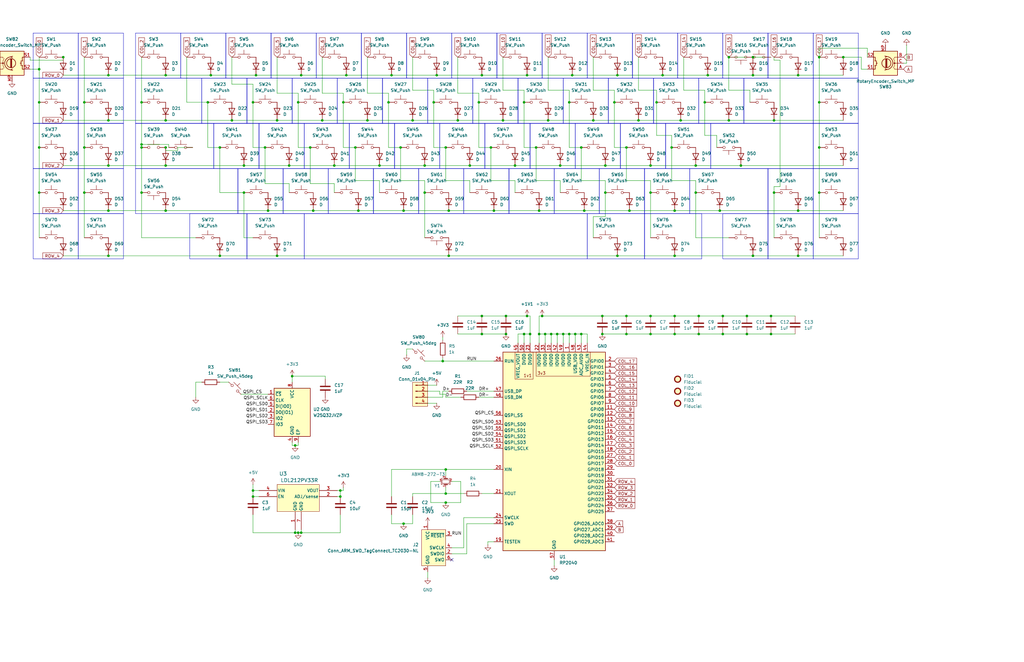
<source format=kicad_sch>
(kicad_sch (version 20250114) (generator "eeschema") (generator_version "9.0")
  (paper "USLedger")
  (lib_symbols
    (symbol "2025-02-18_15-45-56:LDL212PV33R" (pin_names (offset 0.254))
      (property "Reference" "U3" (at 25.4 10.16 0))
      (property "Value" "LDL212PV33R" (at 25.4 7.62 0))
      (symbol "LDL212PV33R_0_1"
        (pin unspecified line (at 0 1.27 0) (length 7.62) (name "VIN") (number "4"))
        (pin unspecified line (at 0 -1.27 0) (length 7.62) (name "EN") (number "6"))
        (pin power_out line (at 15.24 -15.24 90) (length 7.62) (name "GND") (number "1"))
        (pin power_out line (at 17.78 -15.24 90) (length 7.62) (name "GND") (number "7"))
        (pin output line (at 33.02 1.27 180) (length 7.62) (name "VOUT") (number "3"))
        (pin unspecified line (at 33.02 -1.27 180) (length 7.62) (name "ADJ/sense") (number "2"))
      )
      (symbol "LDL212PV33R_1_1"
        (pin no_connect line (at 0 -3.81 0) (length 7.62) (hide yes) (name "NC") (number "5"))
      )
    )
    (symbol "Connector:Conn_01x04_Pin" (pin_names (offset 1.016) (hide yes))
      (property "Reference" "J1" (at 0.635 7.62 0))
      (property "Value" "Conn_01x04_Pin" (at 0.635 5.08 0))
      (symbol "Conn_01x04_Pin_1_1"
        (pin passive line (at 5.08 2.54 180) (length 3.81) (name "Pin_1") (number "1"))
        (pin passive line (at 5.08 0 180) (length 3.81) (name "Pin_2") (number "2"))
        (pin passive line (at 5.08 -2.54 180) (length 3.81) (name "Pin_3") (number "3"))
        (pin passive line (at 5.08 -5.08 180) (length 3.81) (name "Pin_4") (number "4"))
      )
    )
    (symbol "Connector:Conn_ARM_SWD_TagConnect_TC2030-NL" (in_bom no)
      (property "Reference" "J" (at 2.54 11.43 0))
      (property "Value" "Conn_ARM_SWD_TagConnect_TC2030-NL" (at 2.54 8.89 0))
      (symbol "Conn_ARM_SWD_TagConnect_TC2030-NL_0_0"
        (pin power_in line (at -2.54 10.16 270) (length 2.54) (name "VCC") (number "1"))
        (pin power_in line (at -2.54 -10.16 90) (length 2.54) (name "GND") (number "5"))
        (pin open_collector line (at 7.62 5.08 180) (length 2.54) (name "~{RESET}") (number "3"))
        (pin output line (at 7.62 0 180) (length 2.54) (name "SWCLK") (number "4"))
        (pin bidirectional line (at 7.62 -2.54 180) (length 2.54) (name "SWDIO") (number "2"))
        (pin input line (at 7.62 -5.08 180) (length 2.54) (name "SWO") (number "6"))
      )
    )
    (symbol "Device:C" (pin_numbers (hide yes)) (pin_names (offset 0.254))
      (property "Reference" "C" (at 0.635 2.54 0))
      (property "Value" "C" (at 0.635 -2.54 0))
      (symbol "C_1_1"
        (pin passive line (at 0 3.81 270) (length 2.794) (name "~") (number "1"))
        (pin passive line (at 0 -3.81 90) (length 2.794) (name "~") (number "2"))
      )
    )
    (symbol "Device:Crystal_GND24_Small" (pin_names (offset 1.016) (hide yes))
      (property "Reference" "Y" (at 1.27 4.445 0))
      (property "Value" "Crystal_GND24_Small" (at 1.27 2.54 0))
      (symbol "Crystal_GND24_Small_1_1"
        (pin passive line (at -2.54 0 0) (length 1.27) (name "1") (number "1"))
        (pin passive line (at 0 2.54 270) (length 0.635) (name "4") (number "4"))
        (pin passive line (at 0 -2.54 90) (length 0.635) (name "2") (number "2"))
        (pin passive line (at 2.54 0 180) (length 1.27) (name "3") (number "3"))
      )
    )
    (symbol "Device:D" (pin_numbers (hide yes)) (pin_names (offset 1.016) (hide yes))
      (property "Reference" "D" (at 0 2.54 0))
      (property "Value" "D" (at 0 -2.54 0))
      (symbol "D_1_1"
        (pin passive line (at -3.81 0 0) (length 2.54) (name "K") (number "1"))
        (pin passive line (at 3.81 0 180) (length 2.54) (name "A") (number "2"))
      )
    )
    (symbol "Device:R" (pin_numbers (hide yes)) (pin_names (offset 0))
      (property "Reference" "R" (at 2.032 0 90))
      (property "Value" "R" (at 0 0 90))
      (symbol "R_1_1"
        (pin passive line (at 0 3.81 270) (length 1.27) (name "~") (number "1"))
        (pin passive line (at 0 -3.81 90) (length 1.27) (name "~") (number "2"))
      )
    )
    (symbol "Device:RotaryEncoder_Switch_MP" (pin_names (offset 0.254) (hide yes))
      (property "Reference" "SW" (at 0 8.89 0))
      (property "Value" "RotaryEncoder_Switch_MP" (at 0 6.35 0))
      (symbol "RotaryEncoder_Switch_MP_1_1"
        (pin passive line (at -7.62 2.54 0) (length 2.54) (name "A") (number "A"))
        (pin passive line (at -7.62 0 0) (length 2.54) (name "C") (number "C"))
        (pin passive line (at -7.62 -2.54 0) (length 2.54) (name "B") (number "B"))
        (pin passive line (at 0 -7.62 90) (length 2.54) (name "MP") (number "MP"))
        (pin passive line (at 7.62 2.54 180) (length 2.54) (name "S1") (number "S1"))
        (pin passive line (at 7.62 -2.54 180) (length 2.54) (name "S2") (number "S2"))
      )
    )
    (symbol "MCU_RaspberryPi:RP2040"
      (property "Reference" "U1" (at 2.1941 -44.45 0))
      (property "Value" "RP2040" (at 2.1941 -46.99 0))
      (symbol "RP2040_1_1"
        (text "1v1" (at -11.176 32.004 0) (effects (font (size 1.27 1.27))))
        (text "3v3" (at -5.334 33.02 0) (effects (font (size 1.27 1.27))))
        (pin input line (at -25.4 38.1 0) (length 3.81) (name "RUN") (number "26"))
        (pin bidirectional line (at -25.4 25.4 0) (length 3.81) (name "USB_DP") (number "47"))
        (pin bidirectional line (at -25.4 22.86 0) (length 3.81) (name "USB_DM") (number "46"))
        (pin bidirectional line (at -25.4 15.24 0) (length 3.81) (name "QSPI_SS") (number "56"))
        (pin bidirectional line (at -25.4 11.43 0) (length 3.81) (name "QSPI_SD0") (number "53"))
        (pin bidirectional line (at -25.4 8.89 0) (length 3.81) (name "QSPI_SD1") (number "55"))
        (pin bidirectional line (at -25.4 6.35 0) (length 3.81) (name "QSPI_SD2") (number "54"))
        (pin bidirectional line (at -25.4 3.81 0) (length 3.81) (name "QSPI_SD3") (number "51"))
        (pin output line (at -25.4 1.27 0) (length 3.81) (name "QSPI_SCLK") (number "52"))
        (pin input line (at -25.4 -7.62 0) (length 3.81) (name "XIN") (number "20"))
        (pin passive line (at -25.4 -17.78 0) (length 3.81) (name "XOUT") (number "21"))
        (pin input line (at -25.4 -27.94 0) (length 3.81) (name "SWCLK") (number "24"))
        (pin bidirectional line (at -25.4 -30.48 0) (length 3.81) (name "SWD") (number "25"))
        (pin input line (at -25.4 -38.1 0) (length 3.81) (name "TESTEN") (number "19"))
        (pin power_out line (at -15.24 45.72 270) (length 3.81) (name "VREG_VOUT") (number "45"))
        (pin passive line (at -12.7 45.72 270) (length 3.81) (name "DVDD") (number "50"))
        (pin power_in line (at -10.16 45.72 270) (length 3.81) (name "DVDD") (number "23"))
        (pin passive line (at -6.35 45.72 270) (length 3.81) (name "IOVDD") (number "22"))
        (pin passive line (at -3.81 45.72 270) (length 3.81) (name "IOVDD") (number "33"))
        (pin passive line (at -1.27 45.72 270) (length 3.81) (name "IOVDD") (number "10"))
        (pin power_in line (at 0 -45.72 90) (length 3.81) (name "GND") (number "57"))
        (pin passive line (at 1.27 45.72 270) (length 3.81) (name "IOVDD") (number "42"))
        (pin passive line (at 3.81 45.72 270) (length 3.81) (name "IOVDD") (number "49"))
        (pin power_in line (at 6.35 45.72 270) (length 3.81) (name "IOVDD") (number "1"))
        (pin power_in line (at 8.89 45.72 270) (length 3.81) (name "USB_VDD") (number "48"))
        (pin power_in line (at 11.43 45.72 270) (length 3.81) (name "ADC_AVDD") (number "43"))
        (pin power_in line (at 13.97 45.72 270) (length 3.81) (name "VREG_IN") (number "44"))
        (pin bidirectional line (at 25.4 38.1 180) (length 3.81) (name "GPIO0") (number "2"))
        (pin bidirectional line (at 25.4 35.56 180) (length 3.81) (name "GPIO1") (number "3"))
        (pin bidirectional line (at 25.4 33.02 180) (length 3.81) (name "GPIO2") (number "4"))
        (pin bidirectional line (at 25.4 30.48 180) (length 3.81) (name "GPIO3") (number "5"))
        (pin bidirectional line (at 25.4 27.94 180) (length 3.81) (name "GPIO4") (number "6"))
        (pin bidirectional line (at 25.4 25.4 180) (length 3.81) (name "GPIO5") (number "7"))
        (pin bidirectional line (at 25.4 22.86 180) (length 3.81) (name "GPIO6") (number "8"))
        (pin bidirectional line (at 25.4 20.32 180) (length 3.81) (name "GPIO7") (number "9"))
        (pin bidirectional line (at 25.4 17.78 180) (length 3.81) (name "GPIO8") (number "11"))
        (pin bidirectional line (at 25.4 15.24 180) (length 3.81) (name "GPIO9") (number "12"))
        (pin bidirectional line (at 25.4 12.7 180) (length 3.81) (name "GPIO10") (number "13"))
        (pin bidirectional line (at 25.4 10.16 180) (length 3.81) (name "GPIO11") (number "14"))
        (pin bidirectional line (at 25.4 7.62 180) (length 3.81) (name "GPIO12") (number "15"))
        (pin bidirectional line (at 25.4 5.08 180) (length 3.81) (name "GPIO13") (number "16"))
        (pin bidirectional line (at 25.4 2.54 180) (length 3.81) (name "GPIO14") (number "17"))
        (pin bidirectional line (at 25.4 0 180) (length 3.81) (name "GPIO15") (number "18"))
        (pin bidirectional line (at 25.4 -2.54 180) (length 3.81) (name "GPIO16") (number "27"))
        (pin bidirectional line (at 25.4 -5.08 180) (length 3.81) (name "GPIO17") (number "28"))
        (pin bidirectional line (at 25.4 -7.62 180) (length 3.81) (name "GPIO18") (number "29"))
        (pin bidirectional line (at 25.4 -10.16 180) (length 3.81) (name "GPIO19") (number "30"))
        (pin bidirectional line (at 25.4 -12.7 180) (length 3.81) (name "GPIO20") (number "31"))
        (pin bidirectional line (at 25.4 -15.24 180) (length 3.81) (name "GPIO21") (number "32"))
        (pin bidirectional line (at 25.4 -17.78 180) (length 3.81) (name "GPIO22") (number "34"))
        (pin bidirectional line (at 25.4 -20.32 180) (length 3.81) (name "GPIO23") (number "35"))
        (pin bidirectional line (at 25.4 -22.86 180) (length 3.81) (name "GPIO24") (number "36"))
        (pin bidirectional line (at 25.4 -25.4 180) (length 3.81) (name "GPIO25") (number "37"))
        (pin bidirectional line (at 25.4 -30.48 180) (length 3.81) (name "GPIO26_ADC0") (number "38"))
        (pin bidirectional line (at 25.4 -33.02 180) (length 3.81) (name "GPIO27_ADC1") (number "39"))
        (pin bidirectional line (at 25.4 -35.56 180) (length 3.81) (name "GPIO28_ADC2") (number "40"))
        (pin bidirectional line (at 25.4 -38.1 180) (length 3.81) (name "GPIO29_ADC3") (number "41"))
      )
    )
    (symbol "Mechanical:Fiducial" (exclude_from_sim yes) (in_bom no)
      (property "Reference" "FID" (at 0 5.08 0))
      (property "Value" "Fiducial" (at 0 3.175 0))
    )
    (symbol "Memory_Flash:W25Q32JVZP"
      (property "Reference" "U" (at -6.35 11.43 0))
      (property "Value" "W25Q32JVZP" (at 7.62 11.43 0))
      (symbol "W25Q32JVZP_1_1"
        (pin input line (at -10.16 7.62 0) (length 2.54) (name "~{CS}") (number "1"))
        (pin input line (at -10.16 5.08 0) (length 2.54) (name "CLK") (number "6"))
        (pin bidirectional line (at -10.16 2.54 0) (length 2.54) (name "DI(IO0)") (number "5"))
        (pin bidirectional line (at -10.16 0 0) (length 2.54) (name "DO(IO1)") (number "2"))
        (pin bidirectional line (at -10.16 -2.54 0) (length 2.54) (name "IO2") (number "3"))
        (pin bidirectional line (at -10.16 -5.08 0) (length 2.54) (name "IO3") (number "7"))
        (pin power_in line (at 0 12.7 270) (length 2.54) (name "VCC") (number "8"))
        (pin power_in line (at 0 -12.7 90) (length 2.54) (name "GND") (number "4"))
        (pin passive line (at 2.54 -12.7 90) (length 2.54) (name "EP") (number "9"))
      )
    )
    (symbol "Switch:SW_Push" (pin_numbers (hide yes)) (pin_names (offset 1.016) (hide yes))
      (property "Reference" "SW" (at 1.27 2.54 0))
      (property "Value" "SW_Push" (at 0 -1.524 0))
      (symbol "SW_Push_0_1"
        (pin passive line (at -5.08 0 0) (length 2.54) (name "1") (number "1"))
        (pin passive line (at 5.08 0 180) (length 2.54) (name "2") (number "2"))
      )
    )
    (symbol "Switch:SW_Push_45deg" (pin_numbers (hide yes)) (pin_names (offset 1.016) (hide yes))
      (property "Reference" "SW" (at 3.048 1.016 0))
      (property "Value" "SW_Push_45deg" (at 0 -3.81 0))
      (symbol "SW_Push_45deg_0_1"
        (pin passive line (at -2.54 2.54 0) (length 0) (name "1") (number "1"))
        (pin passive line (at 2.54 -2.54 180) (length 0) (name "2") (number "2"))
      )
    )
    (symbol "power:+1V1" (power) (pin_numbers (hide yes)) (pin_names (offset 0) (hide yes))
      (property "Value" "+1V1" (at 0 3.556 0))
      (symbol "+1V1_1_1"
        (pin power_in line (at 0 0 90) (length 0) (name "~") (number "1"))
      )
    )
    (symbol "power:+3V3" (power) (pin_numbers (hide yes)) (pin_names (offset 0) (hide yes))
      (property "Value" "+3V3" (at 0 3.556 0))
      (symbol "+3V3_1_1"
        (pin power_in line (at 0 0 90) (length 0) (name "~") (number "1"))
      )
    )
    (symbol "power:+5V" (power) (pin_numbers (hide yes)) (pin_names (offset 0) (hide yes))
      (property "Value" "+5V" (at 0 3.556 0))
      (symbol "+5V_1_1"
        (pin power_in line (at 0 0 90) (length 0) (name "~") (number "1"))
      )
    )
    (symbol "power:GND" (power) (pin_numbers (hide yes)) (pin_names (offset 0) (hide yes))
      (property "Value" "GND" (at 0 -3.81 0))
      (symbol "GND_1_1"
        (pin power_in line (at 0 0 270) (length 0) (name "~") (number "1"))
      )
    )
  )
  (rectangle (start 342.9 52.07) (end 361.95 71.12))
  (rectangle (start 218.44 33.02) (end 237.49 52.07))
  (rectangle (start 195.58 71.12) (end 214.63 90.17))
  (rectangle (start 242.57 52.07) (end 261.62 71.12))
  (rectangle (start 128.27 90.17) (end 247.65 109.22))
  (rectangle (start 280.67 52.07) (end 299.72 71.12))
  (rectangle (start 304.8 13.97) (end 323.85 33.02))
  (rectangle (start 271.78 90.17) (end 295.91 109.22))
  (rectangle (start 80.01 90.17) (end 104.14 109.22))
  (rectangle (start 223.52 52.07) (end 242.57 71.12))
  (rectangle (start 228.6 13.97) (end 247.65 33.02))
  (rectangle (start 13.97 52.07) (end 33.02 71.12))
  (rectangle (start 104.14 33.02) (end 123.19 52.07))
  (rectangle (start 95.25 13.97) (end 114.3 33.02))
  (rectangle (start 323.85 90.17) (end 342.9 109.22))
  (rectangle (start 342.9 13.97) (end 361.95 33.02))
  (rectangle (start 33.02 71.12) (end 52.07 90.17))
  (rectangle (start 57.15 33.02) (end 85.09 52.07))
  (rectangle (start 114.3 13.97) (end 133.35 33.02))
  (rectangle (start 261.62 52.07) (end 280.67 71.12))
  (rectangle (start 271.78 71.12) (end 290.83 90.17))
  (rectangle (start 304.8 90.17) (end 323.85 109.22))
  (rectangle (start 123.19 33.02) (end 142.24 52.07))
  (rectangle (start 266.7 13.97) (end 285.75 33.02))
  (rectangle (start 190.5 13.97) (end 209.55 33.02))
  (rectangle (start 57.15 71.12) (end 100.33 90.17))
  (rectangle (start 176.53 71.12) (end 195.58 90.17))
  (rectangle (start 313.69 33.02) (end 342.9 52.07))
  (rectangle (start 152.4 13.97) (end 171.45 33.02))
  (rectangle (start 13.97 71.12) (end 33.02 90.17))
  (rectangle (start 119.38 71.12) (end 138.43 90.17))
  (rectangle (start 275.59 33.02) (end 294.64 52.07))
  (rectangle (start 33.02 90.17) (end 52.07 109.22))
  (rectangle (start 157.48 71.12) (end 176.53 90.17))
  (rectangle (start 133.35 13.97) (end 152.4 33.02))
  (rectangle (start 57.15 52.07) (end 90.17 71.12))
  (rectangle (start 323.85 71.12) (end 342.9 90.17))
  (rectangle (start 342.9 33.02) (end 361.95 52.07))
  (rectangle (start 13.97 90.17) (end 33.02 109.22))
  (rectangle (start 323.85 13.97) (end 342.9 33.02))
  (rectangle (start 285.75 13.97) (end 304.8 33.02))
  (rectangle (start 142.24 33.02) (end 161.29 52.07))
  (rectangle (start 247.65 90.17) (end 271.78 109.22))
  (rectangle (start 57.15 13.97) (end 76.2 33.02))
  (rectangle (start 13.97 13.97) (end 33.02 33.02))
  (rectangle (start 100.33 71.12) (end 119.38 90.17))
  (rectangle (start 33.02 33.02) (end 52.07 52.07))
  (rectangle (start 185.42 52.07) (end 204.47 71.12))
  (rectangle (start 214.63 71.12) (end 233.68 90.17))
  (rectangle (start 247.65 13.97) (end 266.7 33.02))
  (rectangle (start 90.17 52.07) (end 109.22 71.12))
  (rectangle (start 85.09 33.02) (end 104.14 52.07))
  (rectangle (start 104.14 90.17) (end 128.27 109.22))
  (rectangle (start 204.47 52.07) (end 223.52 71.12))
  (rectangle (start 290.83 71.12) (end 323.85 90.17))
  (rectangle (start 342.9 90.17) (end 361.95 109.22))
  (rectangle (start 299.72 52.07) (end 342.9 71.12))
  (rectangle (start 147.32 52.07) (end 166.37 71.12))
  (rectangle (start 294.64 33.02) (end 313.69 52.07))
  (rectangle (start 233.68 71.12) (end 252.73 90.17))
  (rectangle (start 171.45 13.97) (end 190.5 33.02))
  (rectangle (start 138.43 71.12) (end 157.48 90.17))
  (rectangle (start 166.37 52.07) (end 185.42 71.12))
  (rectangle (start 256.54 33.02) (end 275.59 52.07))
  (rectangle (start 252.73 71.12) (end 271.78 90.17))
  (rectangle (start 209.55 13.97) (end 228.6 33.02))
  (rectangle (start 237.49 33.02) (end 256.54 52.07))
  (rectangle (start 180.34 33.02) (end 199.39 52.07))
  (rectangle (start 109.22 52.07) (end 128.27 71.12))
  (rectangle (start 13.97 33.02) (end 33.02 52.07))
  (rectangle (start 199.39 33.02) (end 218.44 52.07))
  (rectangle (start 128.27 52.07) (end 147.32 71.12))
  (rectangle (start 76.2 13.97) (end 95.25 33.02))
  (rectangle (start 161.29 33.02) (end 180.34 52.07))
  (rectangle (start 342.9 71.12) (end 361.95 90.17))
  (rectangle (start 33.02 52.07) (end 52.07 71.12))
  (rectangle (start 33.02 13.97) (end 52.07 33.02))
  (junction (at 189.23 88.9))
  (junction (at 212.09 50.8))
  (junction (at 265.43 88.9))
  (junction (at 160.02 69.85))
  (junction (at 149.86 62.23))
  (junction (at 326.39 81.28))
  (junction (at 168.91 62.23))
  (junction (at 45.72 31.75))
  (junction (at 123.19 158.75))
  (junction (at 45.72 69.85))
  (junction (at 294.64 140.97))
  (junction (at 69.85 31.75))
  (junction (at 208.28 88.9))
  (junction (at 255.27 81.28))
  (junction (at 220.98 43.18))
  (junction (at 231.14 50.8))
  (junction (at 124.46 224.79))
  (junction (at 222.25 133.35))
  (junction (at 143.51 209.55))
  (junction (at 146.05 31.75))
  (junction (at 217.17 69.85))
  (junction (at 187.96 198.12))
  (junction (at 228.6 133.35))
  (junction (at 106.68 209.55))
  (junction (at 213.36 140.97))
  (junction (at 143.51 207.01))
  (junction (at 284.48 140.97))
  (junction (at 184.15 31.75))
  (junction (at 203.2 133.35))
  (junction (at 345.44 43.18))
  (junction (at 116.84 50.8))
  (junction (at 222.25 31.75))
  (junction (at 236.22 69.85))
  (junction (at 121.92 69.85))
  (junction (at 203.2 31.75))
  (junction (at 240.03 140.97))
  (junction (at 304.8 140.97))
  (junction (at 179.07 69.85))
  (junction (at 144.78 43.18))
  (junction (at 229.87 140.97))
  (junction (at 294.64 133.35))
  (junction (at 132.08 88.9))
  (junction (at 97.79 50.8))
  (junction (at 130.81 62.23))
  (junction (at 284.48 88.9))
  (junction (at 207.01 62.23))
  (junction (at 274.32 140.97))
  (junction (at 223.52 140.97))
  (junction (at 227.33 88.9))
  (junction (at 125.73 224.79))
  (junction (at 116.84 107.95))
  (junction (at 298.45 31.75))
  (junction (at 245.11 140.97))
  (junction (at 127 31.75))
  (junction (at 45.72 88.9))
  (junction (at 92.71 62.23))
  (junction (at 303.53 88.9))
  (junction (at 203.2 140.97))
  (junction (at 304.8 133.35))
  (junction (at 165.1 31.75))
  (junction (at 125.73 43.18))
  (junction (at 250.19 50.8))
  (junction (at 232.41 140.97))
  (junction (at 345.44 24.13))
  (junction (at 182.88 43.18))
  (junction (at 35.56 43.18))
  (junction (at 345.44 81.28))
  (junction (at 245.11 62.23))
  (junction (at 274.32 81.28))
  (junction (at 102.87 81.28))
  (junction (at 284.48 107.95))
  (junction (at 259.08 43.18))
  (junction (at 107.95 31.75))
  (junction (at 355.6 24.13))
  (junction (at 69.85 50.8))
  (junction (at 140.97 69.85))
  (junction (at 274.32 69.85))
  (junction (at 227.33 140.97))
  (junction (at 242.57 140.97))
  (junction (at 264.16 62.23))
  (junction (at 173.99 50.8))
  (junction (at 187.96 208.28))
  (junction (at 106.68 43.18))
  (junction (at 241.3 31.75))
  (junction (at 269.24 50.8))
  (junction (at 254 133.35))
  (junction (at 226.06 62.23))
  (junction (at 317.5 31.75))
  (junction (at 264.16 133.35))
  (junction (at 314.96 140.97))
  (junction (at 59.69 62.23))
  (junction (at 260.35 31.75))
  (junction (at 35.56 81.28))
  (junction (at 325.12 133.35))
  (junction (at 26.67 24.13))
  (junction (at 87.63 43.18))
  (junction (at 336.55 31.75))
  (junction (at 187.96 62.23))
  (junction (at 237.49 140.97))
  (junction (at 92.71 107.95))
  (junction (at 297.18 43.18))
  (junction (at 234.95 140.97))
  (junction (at 106.68 207.01))
  (junction (at 193.04 50.8))
  (junction (at 276.86 43.18))
  (junction (at 213.36 133.35))
  (junction (at 45.72 50.8))
  (junction (at 264.16 140.97))
  (junction (at 16.51 29.21))
  (junction (at 326.39 50.8))
  (junction (at 88.9 31.75))
  (junction (at 186.69 152.4))
  (junction (at 170.18 88.9))
  (junction (at 293.37 69.85))
  (junction (at 274.32 133.35))
  (junction (at 307.34 24.13))
  (junction (at 314.96 133.35))
  (junction (at 35.56 62.23))
  (junction (at 16.51 62.23))
  (junction (at 246.38 88.9))
  (junction (at 69.85 69.85))
  (junction (at 59.69 43.18))
  (junction (at 325.12 140.97))
  (junction (at 102.87 69.85))
  (junction (at 113.03 88.9))
  (junction (at 163.83 43.18))
  (junction (at 154.94 50.8))
  (junction (at 284.48 133.35))
  (junction (at 127 224.79))
  (junction (at 260.35 107.95))
  (junction (at 345.44 62.23))
  (junction (at 287.02 50.8))
  (junction (at 312.42 69.85))
  (junction (at 198.12 69.85))
  (junction (at 255.27 69.85))
  (junction (at 16.51 81.28))
  (junction (at 336.55 107.95))
  (junction (at 179.07 81.28))
  (junction (at 135.89 50.8))
  (junction (at 59.69 81.28))
  (junction (at 124.46 187.96))
  (junction (at 45.72 107.95))
  (junction (at 317.5 107.95))
  (junction (at 240.03 43.18))
  (junction (at 151.13 88.9))
  (junction (at 69.85 62.23))
  (junction (at 220.98 140.97))
  (junction (at 187.96 212.09))
  (junction (at 283.21 62.23))
  (junction (at 279.4 31.75))
  (junction (at 336.55 88.9))
  (junction (at 59.69 60.96))
  (junction (at 189.23 107.95))
  (junction (at 69.85 88.9))
  (junction (at 293.37 81.28))
  (junction (at 317.5 24.13))
  (junction (at 254 140.97))
  (junction (at 170.18 220.98))
  (junction (at 201.93 43.18))
  (junction (at 307.34 50.8))
  (junction (at 16.51 43.18))
  (junction (at 111.76 62.23))
  (no_connect (at 190.5 236.22))
  (wire (pts (xy 168.91 76.2) (xy 179.07 76.2)))
  (wire (pts (xy 106.68 224.79) (xy 124.46 224.79)))
  (wire (pts (xy 26.67 31.75) (xy 45.72 31.75)))
  (wire (pts (xy 190.5 233.68) (xy 196.85 233.68)))
  (wire (pts (xy 45.72 31.75) (xy 69.85 31.75)))
  (wire (pts (xy 154.94 50.8) (xy 173.99 50.8)))
  (wire (pts (xy 201.93 39.37) (xy 201.93 43.18)))
  (wire (pts (xy 312.42 69.85) (xy 355.6 69.85)))
  (wire (pts (xy 345.44 81.28) (xy 345.44 100.33)))
  (wire (pts (xy 203.2 208.28) (xy 208.28 208.28)))
  (wire (pts (xy 326.39 50.8) (xy 355.6 50.8)))
  (wire (pts (xy 69.85 50.8) (xy 97.79 50.8)))
  (wire (pts (xy 336.55 88.9) (xy 355.6 88.9)))
  (wire (pts (xy 294.64 140.97) (xy 304.8 140.97)))
  (wire (pts (xy 220.98 62.23) (xy 226.06 62.23)))
  (wire (pts (xy 87.63 43.18) (xy 87.63 62.23)))
  (wire (pts (xy 111.76 77.47) (xy 121.92 77.47)))
  (wire (pts (xy 180.34 170.18) (xy 184.15 170.18)))
  (wire (pts (xy 265.43 88.9) (xy 284.48 88.9)))
  (wire (pts (xy 184.15 31.75) (xy 203.2 31.75)))
  (wire (pts (xy 185.42 165.1) (xy 185.42 166.37)))
  (wire (pts (xy 274.32 133.35) (xy 284.48 133.35)))
  (wire (pts (xy 240.03 140.97) (xy 240.03 144.78)))
  (wire (pts (xy 143.51 209.55) (xy 143.51 207.01)))
  (wire (pts (xy 218.44 144.78) (xy 218.44 140.97)))
  (wire (pts (xy 336.55 107.95) (xy 355.6 107.95)))
  (wire (pts (xy 173.99 24.13) (xy 173.99 38.1)))
  (wire (pts (xy 260.35 31.75) (xy 279.4 31.75)))
  (wire (pts (xy 307.34 38.1) (xy 316.23 38.1)))
  (wire (pts (xy 116.84 39.37) (xy 125.73 39.37)))
  (wire (pts (xy 234.95 140.97) (xy 232.41 140.97)))
  (wire (pts (xy 345.44 20.32) (xy 345.44 24.13)))
  (wire (pts (xy 106.68 35.56) (xy 106.68 43.18)))
  (wire (pts (xy 345.44 43.18) (xy 345.44 62.23)))
  (wire (pts (xy 180.34 165.1) (xy 185.42 165.1)))
  (wire (pts (xy 187.96 198.12) (xy 187.96 200.66)))
  (wire (pts (xy 297.18 38.1) (xy 297.18 43.18)))
  (wire (pts (xy 283.21 62.23) (xy 283.21 76.2)))
  (wire (pts (xy 160.02 76.2) (xy 160.02 81.28)))
  (wire (pts (xy 92.71 62.23) (xy 92.71 81.28)))
  (wire (pts (xy 217.17 69.85) (xy 236.22 69.85)))
  (wire (pts (xy 304.8 133.35) (xy 314.96 133.35)))
  (wire (pts (xy 326.39 25.4) (xy 328.93 25.4)))
  (wire (pts (xy 328.93 25.4) (xy 328.93 78.74)))
  (wire (pts (xy 198.12 69.85) (xy 217.17 69.85)))
  (wire (pts (xy 165.1 31.75) (xy 184.15 31.75)))
  (wire (pts (xy 97.79 50.8) (xy 116.84 50.8)))
  (wire (pts (xy 284.48 107.95) (xy 317.5 107.95)))
  (wire (pts (xy 16.51 62.23) (xy 16.51 81.28)))
  (wire (pts (xy 284.48 140.97) (xy 294.64 140.97)))
  (wire (pts (xy 194.31 212.09) (xy 194.31 203.2)))
  (wire (pts (xy 276.86 43.18) (xy 276.86 57.15)))
  (wire (pts (xy 149.86 62.23) (xy 149.86 76.2)))
  (wire (pts (xy 345.44 20.32) (xy 365.76 20.32)))
  (wire (pts (xy 260.35 107.95) (xy 284.48 107.95)))
  (wire (pts (xy 293.37 81.28) (xy 293.37 100.33)))
  (wire (pts (xy 78.74 24.13) (xy 78.74 43.18)))
  (wire (pts (xy 71.12 62.23) (xy 71.12 60.96)))
  (wire (pts (xy 250.19 91.44) (xy 255.27 91.44)))
  (wire (pts (xy 135.89 50.8) (xy 154.94 50.8)))
  (wire (pts (xy 227.33 88.9) (xy 246.38 88.9)))
  (wire (pts (xy 232.41 140.97) (xy 232.41 144.78)))
  (wire (pts (xy 316.23 38.1) (xy 316.23 43.18)))
  (wire (pts (xy 187.96 167.64) (xy 194.31 167.64)))
  (wire (pts (xy 124.46 223.52) (xy 124.46 224.79)))
  (wire (pts (xy 284.48 133.35) (xy 294.64 133.35)))
  (wire (pts (xy 259.08 38.1) (xy 259.08 43.18)))
  (wire (pts (xy 274.32 76.2) (xy 274.32 81.28)))
  (wire (pts (xy 26.67 88.9) (xy 45.72 88.9)))
  (wire (pts (xy 303.53 88.9) (xy 336.55 88.9)))
  (wire (pts (xy 116.84 107.95) (xy 189.23 107.95)))
  (wire (pts (xy 264.16 133.35) (xy 274.32 133.35)))
  (wire (pts (xy 212.09 50.8) (xy 231.14 50.8)))
  (wire (pts (xy 229.87 140.97) (xy 227.33 140.97)))
  (wire (pts (xy 123.19 186.69) (xy 123.19 187.96)))
  (wire (pts (xy 328.93 78.74) (xy 326.39 78.74)))
  (wire (pts (xy 181.61 203.2) (xy 185.42 203.2)))
  (wire (pts (xy 363.22 29.21) (xy 363.22 24.13)))
  (wire (pts (xy 154.94 39.37) (xy 163.83 39.37)))
  (wire (pts (xy 207.01 62.23) (xy 207.01 76.2)))
  (wire (pts (xy 288.29 24.13) (xy 288.29 38.1)))
  (wire (pts (xy 274.32 69.85) (xy 293.37 69.85)))
  (wire (pts (xy 45.72 88.9) (xy 69.85 88.9)))
  (wire (pts (xy 121.92 69.85) (xy 140.97 69.85)))
  (wire (pts (xy 345.44 62.23) (xy 345.44 81.28)))
  (wire (pts (xy 259.08 43.18) (xy 259.08 62.23)))
  (wire (pts (xy 151.13 88.9) (xy 170.18 88.9)))
  (wire (pts (xy 182.88 43.18) (xy 182.88 62.23)))
  (wire (pts (xy 245.11 140.97) (xy 242.57 140.97)))
  (wire (pts (xy 314.96 133.35) (xy 325.12 133.35)))
  (wire (pts (xy 35.56 43.18) (xy 35.56 62.23)))
  (wire (pts (xy 212.09 38.1) (xy 220.98 38.1)))
  (wire (pts (xy 187.96 166.37) (xy 187.96 167.64)))
  (wire (pts (xy 123.19 187.96) (xy 124.46 187.96)))
  (wire (pts (xy 160.02 69.85) (xy 179.07 69.85)))
  (wire (pts (xy 125.73 187.96) (xy 124.46 187.96)))
  (wire (pts (xy 173.99 220.98) (xy 173.99 217.17)))
  (wire (pts (xy 106.68 62.23) (xy 111.76 62.23)))
  (wire (pts (xy 222.25 31.75) (xy 241.3 31.75)))
  (wire (pts (xy 59.69 43.18) (xy 59.69 60.96)))
  (wire (pts (xy 135.89 39.37) (xy 144.78 39.37)))
  (wire (pts (xy 101.6 166.37) (xy 113.03 166.37)))
  (wire (pts (xy 107.95 31.75) (xy 127 31.75)))
  (wire (pts (xy 111.76 62.23) (xy 111.76 77.47)))
  (wire (pts (xy 304.8 140.97) (xy 314.96 140.97)))
  (wire (pts (xy 135.89 24.13) (xy 135.89 39.37)))
  (wire (pts (xy 185.42 166.37) (xy 187.96 166.37)))
  (wire (pts (xy 381 26.67) (xy 382.27 26.67)))
  (wire (pts (xy 205.74 228.6) (xy 205.74 229.87)))
  (wire (pts (xy 168.91 62.23) (xy 168.91 76.2)))
  (wire (pts (xy 201.93 167.64) (xy 208.28 167.64)))
  (wire (pts (xy 87.63 62.23) (xy 92.71 62.23)))
  (wire (pts (xy 142.24 209.55) (xy 143.51 209.55)))
  (wire (pts (xy 195.58 231.14) (xy 195.58 218.44)))
  (wire (pts (xy 187.96 62.23) (xy 187.96 76.2)))
  (wire (pts (xy 12.7 29.21) (xy 16.51 29.21)))
  (wire (pts (xy 287.02 50.8) (xy 307.34 50.8)))
  (wire (pts (xy 81.28 62.23) (xy 74.93 62.23)))
  (wire (pts (xy 208.28 88.9) (xy 227.33 88.9)))
  (wire (pts (xy 203.2 31.75) (xy 222.25 31.75)))
  (wire (pts (xy 193.04 39.37) (xy 201.93 39.37)))
  (wire (pts (xy 220.98 38.1) (xy 220.98 43.18)))
  (wire (pts (xy 269.24 24.13) (xy 269.24 38.1)))
  (wire (pts (xy 173.99 38.1) (xy 182.88 38.1)))
  (wire (pts (xy 228.6 133.35) (xy 227.33 133.35)))
  (wire (pts (xy 142.24 207.01) (xy 143.51 207.01)))
  (wire (pts (xy 326.39 81.28) (xy 326.39 100.33)))
  (wire (pts (xy 325.12 140.97) (xy 335.28 140.97)))
  (wire (pts (xy 26.67 24.13) (xy 26.67 25.4)))
  (wire (pts (xy 193.04 24.13) (xy 193.04 39.37)))
  (wire (pts (xy 180.34 241.3) (xy 180.34 243.84)))
  (wire (pts (xy 179.07 152.4) (xy 186.69 152.4)))
  (wire (pts (xy 255.27 69.85) (xy 274.32 69.85)))
  (wire (pts (xy 125.73 43.18) (xy 125.73 62.23)))
  (wire (pts (xy 165.1 209.55) (xy 165.1 198.12)))
  (wire (pts (xy 125.73 39.37) (xy 125.73 43.18)))
  (wire (pts (xy 234.95 140.97) (xy 234.95 144.78)))
  (wire (pts (xy 236.22 76.2) (xy 236.22 81.28)))
  (wire (pts (xy 283.21 76.2) (xy 293.37 76.2)))
  (wire (pts (xy 97.79 35.56) (xy 106.68 35.56)))
  (wire (pts (xy 106.68 217.17) (xy 106.68 224.79)))
  (wire (pts (xy 165.1 220.98) (xy 170.18 220.98)))
  (wire (pts (xy 12.7 24.13) (xy 12.7 25.4)))
  (wire (pts (xy 125.73 62.23) (xy 130.81 62.23)))
  (wire (pts (xy 288.29 38.1) (xy 297.18 38.1)))
  (wire (pts (xy 307.34 50.8) (xy 326.39 50.8)))
  (wire (pts (xy 186.69 165.1) (xy 189.23 165.1)))
  (wire (pts (xy 127 31.75) (xy 146.05 31.75)))
  (wire (pts (xy 116.84 24.13) (xy 116.84 39.37)))
  (wire (pts (xy 26.67 69.85) (xy 45.72 69.85)))
  (wire (pts (xy 16.51 29.21) (xy 16.51 43.18)))
  (wire (pts (xy 45.72 107.95) (xy 92.71 107.95)))
  (wire (pts (xy 196.85 220.98) (xy 208.28 220.98)))
  (wire (pts (xy 163.83 62.23) (xy 168.91 62.23)))
  (wire (pts (xy 382.27 26.67) (xy 382.27 19.05)))
  (wire (pts (xy 245.11 62.23) (xy 245.11 76.2)))
  (wire (pts (xy 276.86 57.15) (xy 283.21 57.15)))
  (wire (pts (xy 35.56 24.13) (xy 35.56 43.18)))
  (wire (pts (xy 190.5 203.2) (xy 194.31 203.2)))
  (wire (pts (xy 26.67 107.95) (xy 45.72 107.95)))
  (wire (pts (xy 201.93 62.23) (xy 207.01 62.23)))
  (wire (pts (xy 173.99 147.32) (xy 171.45 147.32)))
  (wire (pts (xy 264.16 62.23) (xy 264.16 76.2)))
  (wire (pts (xy 35.56 81.28) (xy 35.56 100.33)))
  (wire (pts (xy 144.78 62.23) (xy 149.86 62.23)))
  (wire (pts (xy 259.08 62.23) (xy 264.16 62.23)))
  (wire (pts (xy 106.68 204.47) (xy 106.68 207.01)))
  (wire (pts (xy 26.67 50.8) (xy 45.72 50.8)))
  (wire (pts (xy 182.88 62.23) (xy 187.96 62.23)))
  (wire (pts (xy 326.39 24.13) (xy 326.39 25.4)))
  (wire (pts (xy 208.28 228.6) (xy 205.74 228.6)))
  (wire (pts (xy 181.61 203.2) (xy 181.61 212.09)))
  (wire (pts (xy 227.33 140.97) (xy 227.33 144.78)))
  (wire (pts (xy 82.55 100.33) (xy 59.69 100.33)))
  (wire (pts (xy 231.14 38.1) (xy 240.03 38.1)))
  (wire (pts (xy 149.86 76.2) (xy 160.02 76.2)))
  (wire (pts (xy 363.22 29.21) (xy 365.76 29.21)))
  (wire (pts (xy 69.85 63.5) (xy 69.85 62.23)))
  (wire (pts (xy 59.69 62.23) (xy 59.69 81.28)))
  (wire (pts (xy 269.24 50.8) (xy 287.02 50.8)))
  (wire (pts (xy 74.93 63.5) (xy 69.85 63.5)))
  (wire (pts (xy 121.92 77.47) (xy 121.92 81.28)))
  (wire (pts (xy 196.85 165.1) (xy 208.28 165.1)))
  (wire (pts (xy 325.12 133.35) (xy 335.28 133.35)))
  (wire (pts (xy 218.44 140.97) (xy 220.98 140.97)))
  (wire (pts (xy 140.97 69.85) (xy 160.02 69.85)))
  (wire (pts (xy 220.98 140.97) (xy 220.98 144.78)))
  (wire (pts (xy 187.96 198.12) (xy 208.28 198.12)))
  (wire (pts (xy 186.69 151.13) (xy 186.69 152.4)))
  (wire (pts (xy 187.96 76.2) (xy 198.12 76.2)))
  (wire (pts (xy 245.11 140.97) (xy 245.11 144.78)))
  (wire (pts (xy 233.68 236.22) (xy 233.68 238.76)))
  (wire (pts (xy 302.26 57.15) (xy 302.26 62.23)))
  (wire (pts (xy 212.09 24.13) (xy 212.09 38.1)))
  (wire (pts (xy 106.68 43.18) (xy 106.68 62.23)))
  (wire (pts (xy 241.3 31.75) (xy 260.35 31.75)))
  (wire (pts (xy 297.18 57.15) (xy 302.26 57.15)))
  (wire (pts (xy 124.46 224.79) (xy 125.73 224.79)))
  (wire (pts (xy 179.07 69.85) (xy 198.12 69.85)))
  (wire (pts (xy 170.18 220.98) (xy 173.99 220.98)))
  (wire (pts (xy 106.68 209.55) (xy 106.68 207.01)))
  (wire (pts (xy 247.65 144.78) (xy 247.65 140.97)))
  (wire (pts (xy 245.11 76.2) (xy 255.27 76.2)))
  (wire (pts (xy 274.32 81.28) (xy 274.32 100.33)))
  (wire (pts (xy 231.14 24.13) (xy 231.14 38.1)))
  (wire (pts (xy 16.51 81.28) (xy 16.51 100.33)))
  (wire (pts (xy 232.41 140.97) (xy 229.87 140.97)))
  (wire (pts (xy 317.5 31.75) (xy 336.55 31.75)))
  (wire (pts (xy 195.58 218.44) (xy 208.28 218.44)))
  (wire (pts (xy 193.04 140.97) (xy 203.2 140.97)))
  (wire (pts (xy 284.48 88.9) (xy 303.53 88.9)))
  (wire (pts (xy 207.01 76.2) (xy 217.17 76.2)))
  (wire (pts (xy 125.73 186.69) (xy 125.73 187.96)))
  (wire (pts (xy 163.83 43.18) (xy 163.83 62.23)))
  (wire (pts (xy 226.06 62.23) (xy 226.06 76.2)))
  (wire (pts (xy 264.16 76.2) (xy 274.32 76.2)))
  (wire (pts (xy 242.57 140.97) (xy 242.57 144.78)))
  (wire (pts (xy 123.19 158.75) (xy 123.19 161.29)))
  (wire (pts (xy 16.51 43.18) (xy 16.51 62.23)))
  (wire (pts (xy 130.81 62.23) (xy 130.81 77.47)))
  (wire (pts (xy 314.96 140.97) (xy 325.12 140.97)))
  (wire (pts (xy 220.98 140.97) (xy 223.52 140.97)))
  (wire (pts (xy 45.72 69.85) (xy 69.85 69.85)))
  (wire (pts (xy 250.19 50.8) (xy 269.24 50.8)))
  (wire (pts (xy 69.85 69.85) (xy 102.87 69.85)))
  (wire (pts (xy 201.93 43.18) (xy 201.93 62.23)))
  (wire (pts (xy 116.84 50.8) (xy 135.89 50.8)))
  (wire (pts (xy 190.5 231.14) (xy 195.58 231.14)))
  (wire (pts (xy 143.51 217.17) (xy 143.51 224.79)))
  (wire (pts (xy 269.24 38.1) (xy 276.86 38.1)))
  (wire (pts (xy 187.96 208.28) (xy 195.58 208.28)))
  (wire (pts (xy 226.06 76.2) (xy 236.22 76.2)))
  (wire (pts (xy 307.34 24.13) (xy 314.96 24.13)))
  (wire (pts (xy 137.16 158.75) (xy 123.19 158.75)))
  (wire (pts (xy 240.03 62.23) (xy 245.11 62.23)))
  (wire (pts (xy 213.36 133.35) (xy 222.25 133.35)))
  (wire (pts (xy 293.37 69.85) (xy 312.42 69.85)))
  (wire (pts (xy 59.69 24.13) (xy 59.69 43.18)))
  (wire (pts (xy 189.23 107.95) (xy 260.35 107.95)))
  (wire (pts (xy 229.87 140.97) (xy 229.87 144.78)))
  (wire (pts (xy 69.85 88.9) (xy 113.03 88.9)))
  (wire (pts (xy 180.34 162.56) (xy 184.15 162.56)))
  (wire (pts (xy 181.61 212.09) (xy 187.96 212.09)))
  (wire (pts (xy 102.87 100.33) (xy 106.68 100.33)))
  (wire (pts (xy 276.86 38.1) (xy 276.86 43.18)))
  (wire (pts (xy 163.83 39.37) (xy 163.83 43.18)))
  (wire (pts (xy 16.51 24.13) (xy 16.51 29.21)))
  (wire (pts (xy -7.62 26.67) (xy -7.62 27.94)))
  (wire (pts (xy 293.37 76.2) (xy 293.37 81.28)))
  (wire (pts (xy 143.51 224.79) (xy 127 224.79)))
  (wire (pts (xy 69.85 31.75) (xy 88.9 31.75)))
  (wire (pts (xy 307.34 24.13) (xy 307.34 38.1)))
  (wire (pts (xy 203.2 133.35) (xy 213.36 133.35)))
  (wire (pts (xy 187.96 212.09) (xy 194.31 212.09)))
  (wire (pts (xy 187.96 205.74) (xy 187.96 208.28)))
  (wire (pts (xy 113.03 88.9) (xy 132.08 88.9)))
  (wire (pts (xy 154.94 24.13) (xy 154.94 39.37)))
  (wire (pts (xy 92.71 107.95) (xy 116.84 107.95)))
  (wire (pts (xy 365.76 20.32) (xy 365.76 24.13)))
  (wire (pts (xy 59.69 60.96) (xy 71.12 60.96)))
  (wire (pts (xy 182.88 38.1) (xy 182.88 43.18)))
  (wire (pts (xy 250.19 24.13) (xy 250.19 38.1)))
  (wire (pts (xy 186.69 152.4) (xy 208.28 152.4)))
  (wire (pts (xy 186.69 167.64) (xy 186.69 165.1)))
  (wire (pts (xy 231.14 50.8) (xy 250.19 50.8)))
  (wire (pts (xy 264.16 140.97) (xy 274.32 140.97)))
  (wire (pts (xy 196.85 233.68) (xy 196.85 220.98)))
  (wire (pts (xy 130.81 77.47) (xy 140.97 77.47)))
  (wire (pts (xy 345.44 24.13) (xy 345.44 43.18)))
  (wire (pts (xy 165.1 198.12) (xy 187.96 198.12)))
  (wire (pts (xy 92.71 81.28) (xy 102.87 81.28)))
  (wire (pts (xy 246.38 88.9) (xy 265.43 88.9)))
  (wire (pts (xy 186.69 142.24) (xy 186.69 143.51)))
  (wire (pts (xy 237.49 140.97) (xy 234.95 140.97)))
  (wire (pts (xy 137.16 160.02) (xy 137.16 158.75)))
  (wire (pts (xy 220.98 43.18) (xy 220.98 62.23)))
  (wire (pts (xy 173.99 50.8) (xy 193.04 50.8)))
  (wire (pts (xy 88.9 31.75) (xy 107.95 31.75)))
  (wire (pts (xy 106.68 207.01) (xy 109.22 207.01)))
  (wire (pts (xy 228.6 133.35) (xy 254 133.35)))
  (wire (pts (xy 203.2 140.97) (xy 213.36 140.97)))
  (wire (pts (xy 227.33 133.35) (xy 227.33 140.97)))
  (wire (pts (xy 173.99 209.55) (xy 173.99 208.28)))
  (wire (pts (xy 132.08 88.9) (xy 151.13 88.9)))
  (wire (pts (xy 193.04 133.35) (xy 203.2 133.35)))
  (wire (pts (xy 180.34 167.64) (xy 186.69 167.64)))
  (wire (pts (xy 189.23 88.9) (xy 208.28 88.9)))
  (wire (pts (xy 97.79 24.13) (xy 97.79 35.56)))
  (wire (pts (xy 59.69 81.28) (xy 59.69 100.33)))
  (wire (pts (xy 12.7 25.4) (xy 26.67 25.4)))
  (wire (pts (xy 223.52 144.78) (xy 223.52 140.97)))
  (wire (pts (xy 92.71 161.29) (xy 96.52 161.29)))
  (wire (pts (xy 109.22 209.55) (xy 106.68 209.55)))
  (wire (pts (xy -2.54 26.67) (xy -7.62 26.67)))
  (wire (pts (xy 336.55 31.75) (xy 355.6 31.75)))
  (wire (pts (xy 274.32 140.97) (xy 284.48 140.97)))
  (wire (pts (xy 317.5 24.13) (xy 325.12 24.13)))
  (wire (pts (xy 317.5 107.95) (xy 336.55 107.95)))
  (wire (pts (xy 179.07 76.2) (xy 179.07 81.28)))
  (wire (pts (xy 102.87 69.85) (xy 121.92 69.85)))
  (wire (pts (xy 237.49 140.97) (xy 237.49 144.78)))
  (wire (pts (xy 127 223.52) (xy 127 224.79)))
  (wire (pts (xy 198.12 76.2) (xy 198.12 81.28)))
  (wire (pts (xy 144.78 39.37) (xy 144.78 43.18)))
  (wire (pts (xy 326.39 78.74) (xy 326.39 81.28)))
  (wire (pts (xy 236.22 69.85) (xy 255.27 69.85)))
  (wire (pts (xy 254 140.97) (xy 264.16 140.97)))
  (wire (pts (xy 173.99 208.28) (xy 187.96 208.28)))
  (wire (pts (xy 242.57 140.97) (xy 240.03 140.97)))
  (wire (pts (xy 255.27 91.44) (xy 255.27 81.28)))
  (wire (pts (xy 74.93 62.23) (xy 74.93 63.5)))
  (wire (pts (xy 254 133.35) (xy 264.16 133.35)))
  (wire (pts (xy 250.19 100.33) (xy 250.19 91.44)))
  (wire (pts (xy 247.65 140.97) (xy 245.11 140.97)))
  (wire (pts (xy 127 224.79) (xy 125.73 224.79)))
  (wire (pts (xy 255.27 76.2) (xy 255.27 81.28)))
  (wire (pts (xy 171.45 147.32) (xy 171.45 149.86)))
  (wire (pts (xy 363.22 24.13) (xy 355.6 24.13)))
  (wire (pts (xy 223.52 133.35) (xy 222.25 133.35)))
  (wire (pts (xy 82.55 161.29) (xy 82.55 167.64)))
  (wire (pts (xy 293.37 100.33) (xy 307.34 100.33)))
  (wire (pts (xy 102.87 81.28) (xy 102.87 100.33)))
  (wire (pts (xy 146.05 31.75) (xy 165.1 31.75)))
  (wire (pts (xy 297.18 43.18) (xy 297.18 57.15)))
  (wire (pts (xy 35.56 62.23) (xy 35.56 81.28)))
  (wire (pts (xy 144.78 207.01) (xy 144.78 205.74)))
  (wire (pts (xy 250.19 38.1) (xy 259.08 38.1)))
  (wire (pts (xy 294.64 133.35) (xy 304.8 133.35)))
  (wire (pts (xy 298.45 31.75) (xy 317.5 31.75)))
  (wire (pts (xy 179.07 81.28) (xy 179.07 100.33)))
  (wire (pts (xy 78.74 43.18) (xy 87.63 43.18)))
  (wire (pts (xy 144.78 43.18) (xy 144.78 62.23)))
  (wire (pts (xy 240.03 38.1) (xy 240.03 43.18)))
  (wire (pts (xy 240.03 140.97) (xy 237.49 140.97)))
  (wire (pts (xy 283.21 57.15) (xy 283.21 62.23)))
  (wire (pts (xy 193.04 50.8) (xy 212.09 50.8)))
  (wire (pts (xy 140.97 77.47) (xy 140.97 81.28)))
  (wire (pts (xy 223.52 140.97) (xy 223.52 133.35)))
  (wire (pts (xy 279.4 31.75) (xy 298.45 31.75)))
  (wire (pts (xy 45.72 50.8) (xy 69.85 50.8)))
  (wire (pts (xy 217.17 76.2) (xy 217.17 81.28)))
  (wire (pts (xy 59.69 60.96) (xy 59.69 62.23)))
  (wire (pts (xy 165.1 217.17) (xy 165.1 220.98)))
  (wire (pts (xy 240.03 43.18) (xy 240.03 62.23)))
  (wire (pts (xy 143.51 207.01) (xy 144.78 207.01)))
  (wire (pts (xy 170.18 88.9) (xy 189.23 88.9)))
  (wire (pts (xy 82.55 161.29) (xy 85.09 161.29)))
  (label "QSPI_SD2" (at 113.03 176.53 180))
  (label "QSPI_SD0" (at 113.03 171.45 180))
  (label "RUN" (at 190.5 226.06 0))
  (label "D-" (at 187.96 167.64 0))
  (label "QSPI_SD0" (at 208.28 179.07 180))
  (label "RUN" (at 196.85 152.4 0))
  (label "QSPI_SD1" (at 113.03 173.99 180))
  (label "QSPI_CS" (at 208.28 175.26 180))
  (label "D+" (at 186.69 165.1 0))
  (label "QSPI_SD3" (at 208.28 186.69 180))
  (label "QSPI_SD3" (at 113.03 179.07 180))
  (label "QSPI_SD1" (at 208.28 181.61 180))
  (label "QSPI_SD2" (at 208.28 184.15 180))
  (label "QSPI_SCLK" (at 208.28 189.23 180))
  (label "QSPI_SCLK" (at 113.03 168.91 180))
  (label "DR+" (at 201.93 165.1 0))
  (label "QSPI_CS" (at 110.49 166.37 180))
  (label "DR-" (at 201.93 167.64 0))
  (global_label "ROW_2" (shape input) (at 259.08 208.28 0) (property "Intersheetrefs" "${INTERSHEET_REFS}" (effects (hide yes))))
  (global_label "COL_10" (shape input) (at 259.08 170.18 0) (property "Intersheetrefs" "${INTERSHEET_REFS}" (effects (hide yes))))
  (global_label "COL_7" (shape input) (at 259.08 177.8 0) (property "Intersheetrefs" "${INTERSHEET_REFS}" (effects (hide yes))))
  (global_label "COL_15" (shape input) (at 307.34 24.13 90) (property "Intersheetrefs" "${INTERSHEET_REFS}" (effects (hide yes))))
  (global_label "ROW_0" (shape input) (at 26.67 31.75 180) (property "Intersheetrefs" "${INTERSHEET_REFS}" (effects (hide yes))))
  (global_label "A" (shape input) (at -2.54 24.13 180) (property "Intersheetrefs" "${INTERSHEET_REFS}" (effects (hide yes))))
  (global_label "COL_17" (shape input) (at 345.44 24.13 90) (property "Intersheetrefs" "${INTERSHEET_REFS}" (effects (hide yes))))
  (global_label "COL_3" (shape input) (at 78.74 24.13 90) (property "Intersheetrefs" "${INTERSHEET_REFS}" (effects (hide yes))))
  (global_label "COL_1" (shape input) (at 35.56 24.13 90) (property "Intersheetrefs" "${INTERSHEET_REFS}" (effects (hide yes))))
  (global_label "COL_6" (shape input) (at 259.08 180.34 0) (property "Intersheetrefs" "${INTERSHEET_REFS}" (effects (hide yes))))
  (global_label "ROW_1" (shape input) (at 26.67 50.8 180) (property "Intersheetrefs" "${INTERSHEET_REFS}" (effects (hide yes))))
  (global_label "COL_4" (shape input) (at 259.08 185.42 0) (property "Intersheetrefs" "${INTERSHEET_REFS}" (effects (hide yes))))
  (global_label "B" (shape input) (at 259.08 223.52 0) (property "Intersheetrefs" "${INTERSHEET_REFS}" (effects (hide yes))))
  (global_label "COL_14" (shape input) (at 259.08 160.02 0) (property "Intersheetrefs" "${INTERSHEET_REFS}" (effects (hide yes))))
  (global_label "COL_9" (shape input) (at 259.08 172.72 0) (property "Intersheetrefs" "${INTERSHEET_REFS}" (effects (hide yes))))
  (global_label "COL_3" (shape input) (at 259.08 187.96 0) (property "Intersheetrefs" "${INTERSHEET_REFS}" (effects (hide yes))))
  (global_label "COL_2" (shape input) (at 59.69 24.13 90) (property "Intersheetrefs" "${INTERSHEET_REFS}" (effects (hide yes))))
  (global_label "COL_8" (shape input) (at 259.08 175.26 0) (property "Intersheetrefs" "${INTERSHEET_REFS}" (effects (hide yes))))
  (global_label "COL_0" (shape input) (at 259.08 195.58 0) (property "Intersheetrefs" "${INTERSHEET_REFS}" (effects (hide yes))))
  (global_label "B" (shape input) (at -2.54 29.21 180) (property "Intersheetrefs" "${INTERSHEET_REFS}" (effects (hide yes))))
  (global_label "B" (shape input) (at 381 24.13 0) (property "Intersheetrefs" "${INTERSHEET_REFS}" (effects (hide yes))))
  (global_label "COL_9" (shape input) (at 193.04 24.13 90) (property "Intersheetrefs" "${INTERSHEET_REFS}" (effects (hide yes))))
  (global_label "ROW_2" (shape input) (at 26.67 69.85 180) (property "Intersheetrefs" "${INTERSHEET_REFS}" (effects (hide yes))))
  (global_label "COL_4" (shape input) (at 97.79 24.13 90) (property "Intersheetrefs" "${INTERSHEET_REFS}" (effects (hide yes))))
  (global_label "COL_12" (shape input) (at 259.08 165.1 0) (property "Intersheetrefs" "${INTERSHEET_REFS}" (effects (hide yes))))
  (global_label "COL_1" (shape input) (at 259.08 193.04 0) (property "Intersheetrefs" "${INTERSHEET_REFS}" (effects (hide yes))))
  (global_label "ROW_3" (shape input) (at 26.67 88.9 180) (property "Intersheetrefs" "${INTERSHEET_REFS}" (effects (hide yes))))
  (global_label "COL_13" (shape input) (at 259.08 162.56 0) (property "Intersheetrefs" "${INTERSHEET_REFS}" (effects (hide yes))))
  (global_label "COL_8" (shape input) (at 173.99 24.13 90) (property "Intersheetrefs" "${INTERSHEET_REFS}" (effects (hide yes))))
  (global_label "COL_14" (shape input) (at 288.29 24.13 90) (property "Intersheetrefs" "${INTERSHEET_REFS}" (effects (hide yes))))
  (global_label "COL_15" (shape input) (at 259.08 157.48 0) (property "Intersheetrefs" "${INTERSHEET_REFS}" (effects (hide yes))))
  (global_label "COL_6" (shape input) (at 135.89 24.13 90) (property "Intersheetrefs" "${INTERSHEET_REFS}" (effects (hide yes))))
  (global_label "ROW_3" (shape input) (at 259.08 205.74 0) (property "Intersheetrefs" "${INTERSHEET_REFS}" (effects (hide yes))))
  (global_label "COL_2" (shape input) (at 259.08 190.5 0) (property "Intersheetrefs" "${INTERSHEET_REFS}" (effects (hide yes))))
  (global_label "COL_5" (shape input) (at 259.08 182.88 0) (property "Intersheetrefs" "${INTERSHEET_REFS}" (effects (hide yes))))
  (global_label "ROW_4" (shape input) (at 259.08 203.2 0) (property "Intersheetrefs" "${INTERSHEET_REFS}" (effects (hide yes))))
  (global_label "COL_11" (shape input) (at 231.14 24.13 90) (property "Intersheetrefs" "${INTERSHEET_REFS}" (effects (hide yes))))
  (global_label "COL_16" (shape input) (at 326.39 24.13 90) (property "Intersheetrefs" "${INTERSHEET_REFS}" (effects (hide yes))))
  (global_label "COL_11" (shape input) (at 259.08 167.64 0) (property "Intersheetrefs" "${INTERSHEET_REFS}" (effects (hide yes))))
  (global_label "COL_10" (shape input) (at 212.09 24.13 90) (property "Intersheetrefs" "${INTERSHEET_REFS}" (effects (hide yes))))
  (global_label "ROW_1" (shape input) (at 259.08 210.82 0) (property "Intersheetrefs" "${INTERSHEET_REFS}" (effects (hide yes))))
  (global_label "A" (shape input) (at 381 29.21 0) (property "Intersheetrefs" "${INTERSHEET_REFS}" (effects (hide yes))))
  (global_label "ROW_4" (shape input) (at 26.67 107.95 180) (property "Intersheetrefs" "${INTERSHEET_REFS}" (effects (hide yes))))
  (global_label "A" (shape input) (at 259.08 220.98 0) (property "Intersheetrefs" "${INTERSHEET_REFS}" (effects (hide yes))))
  (global_label "COL_17" (shape input) (at 259.08 152.4 0) (property "Intersheetrefs" "${INTERSHEET_REFS}" (effects (hide yes))))
  (global_label "COL_16" (shape input) (at 259.08 154.94 0) (property "Intersheetrefs" "${INTERSHEET_REFS}" (effects (hide yes))))
  (global_label "COL_13" (shape input) (at 269.24 24.13 90) (property "Intersheetrefs" "${INTERSHEET_REFS}" (effects (hide yes))))
  (global_label "COL_5" (shape input) (at 116.84 24.13 90) (property "Intersheetrefs" "${INTERSHEET_REFS}" (effects (hide yes))))
  (global_label "COL_0" (shape input) (at 16.51 24.13 90) (property "Intersheetrefs" "${INTERSHEET_REFS}" (effects (hide yes))))
  (global_label "COL_12" (shape input) (at 250.19 24.13 90) (property "Intersheetrefs" "${INTERSHEET_REFS}" (effects (hide yes))))
  (global_label "ROW_0" (shape input) (at 259.08 213.36 0) (property "Intersheetrefs" "${INTERSHEET_REFS}" (effects (hide yes))))
  (global_label "COL_7" (shape input) (at 154.94 24.13 90) (property "Intersheetrefs" "${INTERSHEET_REFS}" (effects (hide yes))))
  (symbol (lib_id "power:GND") (at 187.96 212.09 0) (unit 1)
    (property "Reference" "#PWR020" (effects (hide yes)))
    (property "Value" "GND" (at 187.96 217.17 0))
    (property "Description" "Power symbol creates a global label with name \"GND\" , ground" (effects (hide yes)))
  )
  (symbol (lib_id "MCU_RaspberryPi:RP2040") (at 233.68 190.5 0) (unit 1)
    (property "Reference" "U1" (at 235.8741 234.95 0) (effects (justify left)))
    (property "Value" "RP2040" (at 235.8741 237.49 0) (effects (justify left)))
    (property "Footprint" "Package_DFN_QFN:QFN-56-1EP_7x7mm_P0.4mm_EP3.2x3.2mm" (effects (hide yes)))
    (property "Datasheet" "https://datasheets.raspberrypi.com/rp2040/rp2040-datasheet.pdf" (effects (hide yes)))
    (property "Description" "A microcontroller by Raspberry Pi" (effects (hide yes)))
  )
  (symbol (lib_id "power:GND") (at 233.68 238.76 0) (unit 1)
    (property "Reference" "#PWR04" (effects (hide yes)))
    (property "Value" "GND" (at 233.68 243.84 0))
    (property "Description" "Power symbol creates a global label with name \"GND\" , ground" (effects (hide yes)))
  )
  (symbol (lib_id "Switch:SW_Push") (at 255.27 24.13 0) (unit 1)
    (property "Reference" "SW13" (at 255.27 16.51 0))
    (property "Value" "SW_Push" (at 255.27 19.05 0))
    (property "Footprint" "MX_Solderable:MX-Solderable-1U" (effects (hide yes)))
    (property "Description" "Push button switch, generic, two pins" (effects (hide yes)))
  )
  (symbol (lib_id "Device:C") (at 304.8 137.16 0) (unit 1)
    (property "Reference" "C10" (at 308.61 135.8899 0) (effects (justify left)))
    (property "Value" "1uF" (at 308.61 138.4299 0) (effects (justify left)))
    (property "Footprint" "Capacitor_SMD:C_0402_1005Metric" (effects (hide yes)))
    (property "Datasheet" "https://www.digikey.com/en/products/detail/murata-electronics/GRM188R61A105KA61D/587071" (effects (hide yes)))
    (property "Description" "Unpolarized capacitor" (effects (hide yes)))
  )
  (symbol (lib_id "Device:D") (at 287.02 46.99 90) (unit 1)
    (property "Reference" "D32" (at 289.56 45.7199 90) (effects (justify right)))
    (property "Value" "D" (at 289.56 48.2599 90) (effects (justify right)))
    (property "Footprint" "Diode_SMD:D_SOD-123" (effects (hide yes)))
    (property "Description" "Diode" (effects (hide yes)))
    (property "Sim.Device" "D" (effects (hide yes)))
    (property "Sim.Pins" "1=K 2=A" (effects (hide yes)))
  )
  (symbol (lib_id "Switch:SW_Push") (at 64.77 43.18 0) (unit 1)
    (property "Reference" "SW22" (at 64.77 35.56 0))
    (property "Value" "SW_Push" (at 64.77 38.1 0))
    (property "Footprint" "MX_Solderable:MX-Solderable-1U" (effects (hide yes)))
    (property "Description" "Push button switch, generic, two pins" (effects (hide yes)))
  )
  (symbol (lib_id "power:GND") (at 180.34 243.84 0) (unit 1)
    (property "Reference" "#PWR019" (effects (hide yes)))
    (property "Value" "GND" (at 180.34 248.92 0))
    (property "Description" "Power symbol creates a global label with name \"GND\" , ground" (effects (hide yes)))
  )
  (symbol (lib_id "Switch:SW_Push") (at 173.99 62.23 0) (unit 1)
    (property "Reference" "SW45" (at 173.99 54.61 0))
    (property "Value" "SW_Push" (at 173.99 57.15 0))
    (property "Footprint" "MX_Solderable:MX-Solderable-1U" (effects (hide yes)))
    (property "Description" "Push button switch, generic, two pins" (effects (hide yes)))
  )
  (symbol (lib_id "Device:D") (at 255.27 66.04 90) (unit 1)
    (property "Reference" "D47" (at 257.81 64.7699 90) (effects (justify right)))
    (property "Value" "D" (at 257.81 67.3099 90) (effects (justify right)))
    (property "Footprint" "Diode_SMD:D_SOD-123" (effects (hide yes)))
    (property "Description" "Diode" (effects (hide yes)))
    (property "Sim.Device" "D" (effects (hide yes)))
    (property "Sim.Pins" "1=K 2=A" (effects (hide yes)))
  )
  (symbol (lib_id "Device:D") (at 260.35 27.94 90) (unit 1)
    (property "Reference" "D13" (at 262.89 26.6699 90) (effects (justify right)))
    (property "Value" "D" (at 262.89 29.2099 90) (effects (justify right)))
    (property "Footprint" "Diode_SMD:D_SOD-123" (effects (hide yes)))
    (property "Description" "Diode" (effects (hide yes)))
    (property "Sim.Device" "D" (effects (hide yes)))
    (property "Sim.Pins" "1=K 2=A" (effects (hide yes)))
  )
  (symbol (lib_id "Device:D") (at 303.53 85.09 90) (unit 1)
    (property "Reference" "D65" (at 306.07 83.8199 90) (effects (justify right)))
    (property "Value" "D" (at 306.07 86.3599 90) (effects (justify right)))
    (property "Footprint" "Diode_SMD:D_SOD-123" (effects (hide yes)))
    (property "Description" "Diode" (effects (hide yes)))
    (property "Sim.Device" "D" (effects (hide yes)))
    (property "Sim.Pins" "1=K 2=A" (effects (hide yes)))
  )
  (symbol (lib_id "power:GND") (at 382.27 19.05 180) (unit 1)
    (property "Reference" "#PWR025" (effects (hide yes)))
    (property "Value" "GND" (at 382.27 13.97 0))
    (property "Description" "Power symbol creates a global label with name \"GND\" , ground" (effects (hide yes)))
  )
  (symbol (lib_id "Device:D") (at 222.25 27.94 90) (unit 1)
    (property "Reference" "D11" (at 224.79 26.6699 90) (effects (justify right)))
    (property "Value" "D" (at 224.79 29.2099 90) (effects (justify right)))
    (property "Footprint" "Diode_SMD:D_SOD-123" (effects (hide yes)))
    (property "Description" "Diode" (effects (hide yes)))
    (property "Sim.Device" "D" (effects (hide yes)))
    (property "Sim.Pins" "1=K 2=A" (effects (hide yes)))
  )
  (symbol (lib_id "Switch:SW_Push") (at 241.3 81.28 0) (unit 1)
    (property "Reference" "SW64" (at 241.3 73.66 0))
    (property "Value" "SW_Push" (at 241.3 76.2 0))
    (property "Footprint" "MX_Solderable:MX-Solderable-1U" (effects (hide yes)))
    (property "Description" "Push button switch, generic, two pins" (effects (hide yes)))
  )
  (symbol (lib_id "power:GND") (at 170.18 220.98 0) (unit 1)
    (property "Reference" "#PWR02" (effects (hide yes)))
    (property "Value" "GND" (at 170.18 226.06 0))
    (property "Description" "Power symbol creates a global label with name \"GND\" , ground" (effects (hide yes)))
  )
  (symbol (lib_id "Device:C") (at 274.32 137.16 0) (unit 1)
    (property "Reference" "C7" (at 278.13 135.8899 0) (effects (justify left)))
    (property "Value" "1uF" (at 278.13 138.4299 0) (effects (justify left)))
    (property "Footprint" "Capacitor_SMD:C_0402_1005Metric" (effects (hide yes)))
    (property "Datasheet" "https://www.digikey.com/en/products/detail/murata-electronics/GRM188R61A105KA61D/587071" (effects (hide yes)))
    (property "Description" "Unpolarized capacitor" (effects (hide yes)))
  )
  (symbol (lib_id "Switch:SW_Push") (at 350.52 81.28 0) (unit 1)
    (property "Reference" "SW69" (at 350.52 73.66 0))
    (property "Value" "SW_Push" (at 350.52 76.2 0))
    (property "Footprint" "MX_Solderable:MX-Solderable-1U" (effects (hide yes)))
    (property "Description" "Push button switch, generic, two pins" (effects (hide yes)))
  )
  (symbol (lib_id "Switch:SW_Push") (at 107.95 81.28 0) (unit 1)
    (property "Reference" "SW57" (at 107.95 73.66 0))
    (property "Value" "SW_Push" (at 107.95 76.2 0))
    (property "Footprint" "MX_Solderable:MX-Solderable-1U" (effects (hide yes)))
    (property "Description" "Push button switch, generic, two pins" (effects (hide yes)))
  )
  (symbol (lib_id "Device:C") (at 143.51 213.36 0) (unit 1)
    (property "Reference" "C4" (at 147.32 212.0899 0) (effects (justify left)))
    (property "Value" "10uF" (at 147.32 214.6299 0) (effects (justify left)))
    (property "Footprint" "Capacitor_SMD:C_0603_1608Metric" (effects (hide yes)))
    (property "Datasheet" "https://www.digikey.com/en/products/detail/murata-electronics/GRM188R61A106ME69D/5027560" (effects (hide yes)))
    (property "Description" "Unpolarized capacitor" (effects (hide yes)))
  )
  (symbol (lib_id "Device:D") (at 250.19 46.99 90) (unit 1)
    (property "Reference" "D30" (at 252.73 45.7199 90) (effects (justify right)))
    (property "Value" "D" (at 252.73 48.2599 90) (effects (justify right)))
    (property "Footprint" "Diode_SMD:D_SOD-123" (effects (hide yes)))
    (property "Description" "Diode" (effects (hide yes)))
    (property "Sim.Device" "D" (effects (hide yes)))
    (property "Sim.Pins" "1=K 2=A" (effects (hide yes)))
  )
  (symbol (lib_id "Device:RotaryEncoder_Switch_MP") (at 373.38 26.67 180) (unit 1)
    (property "Reference" "SW83" (at 373.38 36.576 0))
    (property "Value" "RotaryEncoder_Switch_MP" (at 373.38 34.29 0))
    (property "Footprint" "Rotary_Encoder:RotaryEncoder_Alps_EC11E-Switch_Vertical_H20m" (effects (hide yes)))
    (property "Description" "Rotary encoder, dual channel, incremental quadrate outputs, with switch and MP Pin" (effects (hide yes)))
  )
  (symbol (lib_id "Device:D") (at 102.87 66.04 90) (unit 1)
    (property "Reference" "D39" (at 105.41 64.7699 90) (effects (justify right)))
    (property "Value" "D" (at 105.41 67.3099 90) (effects (justify right)))
    (property "Footprint" "Diode_SMD:D_SOD-123" (effects (hide yes)))
    (property "Description" "Diode" (effects (hide yes)))
    (property "Sim.Device" "D" (effects (hide yes)))
    (property "Sim.Pins" "1=K 2=A" (effects (hide yes)))
  )
  (symbol (lib_id "power:+1V1") (at 222.25 133.35 0) (unit 1)
    (property "Reference" "#PWR010" (effects (hide yes)))
    (property "Value" "+1V1" (at 222.25 128.27 0))
    (property "Description" "Power symbol creates a global label with name \"+1V1\"" (effects (hide yes)))
  )
  (symbol (lib_id "Switch:SW_Push") (at 331.47 81.28 0) (unit 1)
    (property "Reference" "SW68" (at 331.47 73.66 0))
    (property "Value" "SW_Push" (at 331.47 76.2 0))
    (property "Footprint" "MX_Solderable:MX-Solderable-1U" (effects (hide yes)))
    (property "Description" "Push button switch, generic, two pins" (effects (hide yes)))
  )
  (symbol (lib_id "Switch:SW_Push") (at 350.52 62.23 0) (unit 1)
    (property "Reference" "SW53" (at 350.52 54.61 0))
    (property "Value" "SW_Push" (at 350.52 57.15 0))
    (property "Footprint" "MX_Solderable:MX-Solderable-1U" (effects (hide yes)))
    (property "Description" "Push button switch, generic, two pins" (effects (hide yes)))
  )
  (symbol (lib_id "Switch:SW_Push") (at 281.94 43.18 0) (unit 1)
    (property "Reference" "SW33" (at 281.94 35.56 0))
    (property "Value" "SW_Push" (at 281.94 38.1 0))
    (property "Footprint" "MX_Solderable:MX-Solderable-1U" (effects (hide yes)))
    (property "Description" "Push button switch, generic, two pins" (effects (hide yes)))
  )
  (symbol (lib_id "Switch:SW_Push") (at 312.42 100.33 0) (unit 1)
    (property "Reference" "SW77" (at 312.42 92.71 0))
    (property "Value" "SW_Push" (at 312.42 95.25 0))
    (property "Footprint" "MX_Solderable:MX-Solderable-1U" (effects (hide yes)))
    (property "Description" "Push button switch, generic, two pins" (effects (hide yes)))
  )
  (symbol (lib_id "Device:D") (at 336.55 85.09 90) (unit 1)
    (property "Reference" "D66" (at 339.09 83.8199 90) (effects (justify right)))
    (property "Value" "D" (at 339.09 86.3599 90) (effects (justify right)))
    (property "Footprint" "Diode_SMD:D_SOD-123" (effects (hide yes)))
    (property "Description" "Diode" (effects (hide yes)))
    (property "Sim.Device" "D" (effects (hide yes)))
    (property "Sim.Pins" "1=K 2=A" (effects (hide yes)))
  )
  (symbol (lib_id "Switch:SW_Push") (at 184.15 100.33 180) (unit 1)
    (property "Reference" "SW74" (at 184.15 95.25 0))
    (property "Value" "SW_Push" (at 184.15 97.79 0))
    (property "Footprint" "Button_Switch_Keyboard:SW_Cherry_MX_6.25u_PCB" (effects (hide yes)))
    (property "Description" "Push button switch, generic, two pins" (effects (hide yes)))
  )
  (symbol (lib_id "Device:D") (at 293.37 66.04 90) (unit 1)
    (property "Reference" "D49" (at 295.91 64.7699 90) (effects (justify right)))
    (property "Value" "D" (at 295.91 67.3099 90) (effects (justify right)))
    (property "Footprint" "Diode_SMD:D_SOD-123" (effects (hide yes)))
    (property "Description" "Diode" (effects (hide yes)))
    (property "Sim.Device" "D" (effects (hide yes)))
    (property "Sim.Pins" "1=K 2=A" (effects (hide yes)))
  )
  (symbol (lib_id "Switch:SW_Push") (at 21.59 81.28 0) (unit 1)
    (property "Reference" "SW54" (at 21.59 73.66 0))
    (property "Value" "SW_Push" (at 21.59 76.2 0))
    (property "Footprint" "MX_Solderable:MX-Solderable-1U" (effects (hide yes)))
    (property "Description" "Push button switch, generic, two pins" (effects (hide yes)))
  )
  (symbol (lib_id "Device:D") (at 107.95 27.94 90) (unit 1)
    (property "Reference" "D5" (at 110.49 26.6699 90) (effects (justify right)))
    (property "Value" "D" (at 110.49 29.2099 90) (effects (justify right)))
    (property "Footprint" "Diode_SMD:D_SOD-123" (effects (hide yes)))
    (property "Description" "Diode" (effects (hide yes)))
    (property "Sim.Device" "D" (effects (hide yes)))
    (property "Sim.Pins" "1=K 2=A" (effects (hide yes)))
  )
  (symbol (lib_id "Switch:SW_Push") (at 97.79 62.23 0) (unit 1)
    (property "Reference" "SW41" (at 97.79 54.61 0))
    (property "Value" "SW_Push" (at 97.79 57.15 0))
    (property "Footprint" "MX_Solderable:MX-Solderable-1U" (effects (hide yes)))
    (property "Description" "Push button switch, generic, two pins" (effects (hide yes)))
  )
  (symbol (lib_id "Switch:SW_Push") (at 127 81.28 0) (unit 1)
    (property "Reference" "SW58" (at 127 73.66 0))
    (property "Value" "SW_Push" (at 127 76.2 0))
    (property "Footprint" "MX_Solderable:MX-Solderable-1U" (effects (hide yes)))
    (property "Description" "Push button switch, generic, two pins" (effects (hide yes)))
  )
  (symbol (lib_id "Switch:SW_Push") (at 92.71 43.18 0) (unit 1)
    (property "Reference" "SW23" (at 92.71 35.56 0))
    (property "Value" "SW_Push" (at 92.71 38.1 0))
    (property "Footprint" "MX_Solderable:MX-Solderable-1U" (effects (hide yes)))
    (property "Description" "Push button switch, generic, two pins" (effects (hide yes)))
  )
  (symbol (lib_id "Device:D") (at 45.72 66.04 90) (unit 1)
    (property "Reference" "D37" (at 48.26 64.7699 90) (effects (justify right)))
    (property "Value" "D" (at 48.26 67.3099 90) (effects (justify right)))
    (property "Footprint" "Diode_SMD:D_SOD-123" (effects (hide yes)))
    (property "Description" "Diode" (effects (hide yes)))
    (property "Sim.Device" "D" (effects (hide yes)))
    (property "Sim.Pins" "1=K 2=A" (effects (hide yes)))
  )
  (symbol (lib_id "Device:D") (at 92.71 104.14 90) (unit 1)
    (property "Reference" "D70" (at 95.25 102.8699 90) (effects (justify right)))
    (property "Value" "D" (at 95.25 105.4099 90) (effects (justify right)))
    (property "Footprint" "Diode_SMD:D_SOD-123" (effects (hide yes)))
    (property "Description" "Diode" (effects (hide yes)))
    (property "Sim.Device" "D" (effects (hide yes)))
    (property "Sim.Pins" "1=K 2=A" (effects (hide yes)))
  )
  (symbol (lib_id "Device:R") (at 199.39 208.28 90) (unit 1)
    (property "Reference" "R4" (at 199.39 201.93 90))
    (property "Value" "1k" (at 199.39 204.47 90))
    (property "Footprint" "Inductor_SMD:L_0402_1005Metric" (effects (hide yes)))
    (property "Description" "Resistor" (effects (hide yes)))
  )
  (symbol (lib_id "Device:D") (at 69.85 46.99 90) (unit 1)
    (property "Reference" "D21" (at 72.39 45.7199 90) (effects (justify right)))
    (property "Value" "D" (at 72.39 48.2599 90) (effects (justify right)))
    (property "Footprint" "Diode_SMD:D_SOD-123" (effects (hide yes)))
    (property "Description" "Diode" (effects (hide yes)))
    (property "Sim.Device" "D" (effects (hide yes)))
    (property "Sim.Pins" "1=K 2=A" (effects (hide yes)))
  )
  (symbol (lib_id "Device:D") (at 236.22 66.04 90) (unit 1)
    (property "Reference" "D46" (at 238.76 64.7699 90) (effects (justify right)))
    (property "Value" "D" (at 238.76 67.3099 90) (effects (justify right)))
    (property "Footprint" "Diode_SMD:D_SOD-123" (effects (hide yes)))
    (property "Description" "Diode" (effects (hide yes)))
    (property "Sim.Device" "D" (effects (hide yes)))
    (property "Sim.Pins" "1=K 2=A" (effects (hide yes)))
  )
  (symbol (lib_id "Switch:SW_Push") (at 312.42 24.13 180) (unit 1)
    (property "Reference" "SW16" (at 312.42 19.05 0))
    (property "Value" "SW_Push" (at 312.42 21.59 0))
    (property "Footprint" "Button_Switch_Keyboard:SW_Cherry_MX_2.00u_PCB" (effects (hide yes)))
    (property "Description" "Push button switch, generic, two pins" (effects (hide yes)))
  )
  (symbol (lib_id "Device:C") (at 165.1 213.36 0) (unit 1)
    (property "Reference" "C1" (at 168.91 212.0899 0) (effects (justify left)))
    (property "Value" "15pF" (at 168.91 214.6299 0) (effects (justify left)))
    (property "Footprint" "Capacitor_SMD:C_0402_1005Metric" (effects (hide yes)))
    (property "Description" "Unpolarized capacitor" (effects (hide yes)))
  )
  (symbol (lib_id "Device:D") (at 217.17 66.04 90) (unit 1)
    (property "Reference" "D45" (at 219.71 64.7699 90) (effects (justify right)))
    (property "Value" "D" (at 219.71 67.3099 90) (effects (justify right)))
    (property "Footprint" "Diode_SMD:D_SOD-123" (effects (hide yes)))
    (property "Description" "Diode" (effects (hide yes)))
    (property "Sim.Device" "D" (effects (hide yes)))
    (property "Sim.Pins" "1=K 2=A" (effects (hide yes)))
  )
  (symbol (lib_id "Switch:SW_Push") (at 184.15 81.28 0) (unit 1)
    (property "Reference" "SW61" (at 184.15 73.66 0))
    (property "Value" "SW_Push" (at 184.15 76.2 0))
    (property "Footprint" "MX_Solderable:MX-Solderable-1U" (effects (hide yes)))
    (property "Description" "Push button switch, generic, two pins" (effects (hide yes)))
  )
  (symbol (lib_id "Switch:SW_Push") (at 111.76 100.33 0) (unit 1)
    (property "Reference" "SW73" (at 111.76 92.71 0))
    (property "Value" "SW_Push" (at 111.76 95.25 0))
    (property "Footprint" "MX_Solderable:MX-Solderable-1U" (effects (hide yes)))
    (property "Description" "Push button switch, generic, two pins" (effects (hide yes)))
  )
  (symbol (lib_id "Device:R") (at 193.04 165.1 90) (unit 1)
    (property "Reference" "R1" (at 193.04 158.75 90))
    (property "Value" "22R" (at 193.04 161.29 90))
    (property "Footprint" "Resistor_SMD:R_0402_1005Metric" (effects (hide yes)))
    (property "Description" "Resistor" (effects (hide yes)))
  )
  (symbol (lib_id "Switch:SW_Push") (at 146.05 81.28 0) (unit 1)
    (property "Reference" "SW59" (at 146.05 73.66 0))
    (property "Value" "SW_Push" (at 146.05 76.2 0))
    (property "Footprint" "MX_Solderable:MX-Solderable-1U" (effects (hide yes)))
    (property "Description" "Push button switch, generic, two pins" (effects (hide yes)))
  )
  (symbol (lib_id "Switch:SW_Push") (at 321.31 43.18 0) (unit 1)
    (property "Reference" "SW35" (at 321.31 35.56 0))
    (property "Value" "SW_Push" (at 321.31 38.1 0))
    (property "Footprint" "MX_Solderable:MX-Solderable-1U" (effects (hide yes)))
    (property "Description" "Push button switch, generic, two pins" (effects (hide yes)))
  )
  (symbol (lib_id "Device:C") (at 335.28 137.16 0) (unit 1)
    (property "Reference" "C13" (at 339.09 135.8899 0) (effects (justify left)))
    (property "Value" "1uF" (at 339.09 138.4299 0) (effects (justify left)))
    (property "Footprint" "Capacitor_SMD:C_0402_1005Metric" (effects (hide yes)))
    (property "Datasheet" "https://www.digikey.com/en/products/detail/murata-electronics/GRM188R61A105KA61D/587071" (effects (hide yes)))
    (property "Description" "Unpolarized capacitor" (effects (hide yes)))
  )
  (symbol (lib_id "Switch:SW_Push") (at 320.04 24.13 0) (unit 1)
    (property "Reference" "SW17" (at 320.04 16.51 0))
    (property "Value" "SW_Push" (at 320.04 19.05 0))
    (property "Footprint" "MX_Solderable:MX-Solderable-1U" (effects (hide yes)))
    (property "Description" "Push button switch, generic, two pins" (effects (hide yes)))
  )
  (symbol (lib_id "Device:D") (at 265.43 85.09 90) (unit 1)
    (property "Reference" "D63" (at 267.97 83.8199 90) (effects (justify right)))
    (property "Value" "D" (at 267.97 86.3599 90) (effects (justify right)))
    (property "Footprint" "Diode_SMD:D_SOD-123" (effects (hide yes)))
    (property "Description" "Diode" (effects (hide yes)))
    (property "Sim.Device" "D" (effects (hide yes)))
    (property "Sim.Pins" "1=K 2=A" (effects (hide yes)))
  )
  (symbol (lib_id "Device:D") (at 189.23 85.09 90) (unit 1)
    (property "Reference" "D59" (at 191.77 83.8199 90) (effects (justify right)))
    (property "Value" "D" (at 191.77 86.3599 90) (effects (justify right)))
    (property "Footprint" "Diode_SMD:D_SOD-123" (effects (hide yes)))
    (property "Description" "Diode" (effects (hide yes)))
    (property "Sim.Device" "D" (effects (hide yes)))
    (property "Sim.Pins" "1=K 2=A" (effects (hide yes)))
  )
  (symbol (lib_id "power:+5V") (at 106.68 204.47 0) (unit 1)
    (property "Reference" "#PWR06" (effects (hide yes)))
    (property "Value" "+5V" (at 106.68 199.39 0))
    (property "Description" "Power symbol creates a global label with name \"+5V\"" (effects (hide yes)))
  )
  (symbol (lib_id "Switch:SW_Push") (at 269.24 62.23 0) (unit 1)
    (property "Reference" "SW50" (at 269.24 54.61 0))
    (property "Value" "SW_Push" (at 269.24 57.15 0))
    (property "Footprint" "MX_Solderable:MX-Solderable-1U" (effects (hide yes)))
    (property "Description" "Push button switch, generic, two pins" (effects (hide yes)))
  )
  (symbol (lib_id "Device:D") (at 127 27.94 90) (unit 1)
    (property "Reference" "D6" (at 129.54 26.6699 90) (effects (justify right)))
    (property "Value" "D" (at 129.54 29.2099 90) (effects (justify right)))
    (property "Footprint" "Diode_SMD:D_SOD-123" (effects (hide yes)))
    (property "Description" "Diode" (effects (hide yes)))
    (property "Sim.Device" "D" (effects (hide yes)))
    (property "Sim.Pins" "1=K 2=A" (effects (hide yes)))
  )
  (symbol (lib_id "Device:D") (at 132.08 85.09 90) (unit 1)
    (property "Reference" "D56" (at 134.62 83.8199 90) (effects (justify right)))
    (property "Value" "D" (at 134.62 86.3599 90) (effects (justify right)))
    (property "Footprint" "Diode_SMD:D_SOD-123" (effects (hide yes)))
    (property "Description" "Diode" (effects (hide yes)))
    (property "Sim.Device" "D" (effects (hide yes)))
    (property "Sim.Pins" "1=K 2=A" (effects (hide yes)))
  )
  (symbol (lib_id "Connector:Conn_01x04_Pin") (at 175.26 165.1 0) (unit 1)
    (property "Reference" "J1" (at 175.895 157.48 0))
    (property "Value" "Conn_01x04_Pin" (at 175.895 160.02 0))
    (property "Footprint" "Connector_JST:JST_SH_SM04B-SRSS-TB_1x04-1MP_P1.00mm_Horizontal" (effects (hide yes)))
    (property "Description" "Generic connector, single row, 01x04, script generated" (effects (hide yes)))
  )
  (symbol (lib_id "Switch:SW_Push") (at 165.1 81.28 0) (unit 1)
    (property "Reference" "SW60" (at 165.1 73.66 0))
    (property "Value" "SW_Push" (at 165.1 76.2 0))
    (property "Footprint" "MX_Solderable:MX-Solderable-1U" (effects (hide yes)))
    (property "Description" "Push button switch, generic, two pins" (effects (hide yes)))
  )
  (symbol (lib_id "Device:D") (at 246.38 85.09 90) (unit 1)
    (property "Reference" "D62" (at 248.92 83.8199 90) (effects (justify right)))
    (property "Value" "D" (at 248.92 86.3599 90) (effects (justify right)))
    (property "Footprint" "Diode_SMD:D_SOD-123" (effects (hide yes)))
    (property "Description" "Diode" (effects (hide yes)))
    (property "Sim.Device" "D" (effects (hide yes)))
    (property "Sim.Pins" "1=K 2=A" (effects (hide yes)))
  )
  (symbol (lib_id "Switch:SW_Push_45deg") (at 176.53 149.86 0) (unit 1)
    (property "Reference" "SW80" (at 176.53 142.24 0))
    (property "Value" "SW_Push_45deg" (at 176.53 144.78 0))
    (property "Footprint" "Button_Switch_SMD:SW_Push_1P1T_NO_CK_KMR2" (effects (hide yes)))
    (property "Description" "Push button switch, normally open, two pins, 45° tilted" (effects (hide yes)))
  )
  (symbol (lib_id "Switch:SW_Push") (at 130.81 43.18 0) (unit 1)
    (property "Reference" "SW25" (at 130.81 35.56 0))
    (property "Value" "SW_Push" (at 130.81 38.1 0))
    (property "Footprint" "MX_Solderable:MX-Solderable-1U" (effects (hide yes)))
    (property "Description" "Push button switch, generic, two pins" (effects (hide yes)))
  )
  (symbol (lib_id "Switch:SW_Push") (at 21.59 100.33 0) (unit 1)
    (property "Reference" "SW70" (at 21.59 92.71 0))
    (property "Value" "SW_Push" (at 21.59 95.25 0))
    (property "Footprint" "MX_Solderable:MX-Solderable-1U" (effects (hide yes)))
    (property "Description" "Push button switch, generic, two pins" (effects (hide yes)))
  )
  (symbol (lib_id "Switch:SW_Push") (at 293.37 24.13 0) (unit 1)
    (property "Reference" "SW15" (at 293.37 16.51 0))
    (property "Value" "SW_Push" (at 293.37 19.05 0))
    (property "Footprint" "MX_Solderable:MX-Solderable-1U" (effects (hide yes)))
    (property "Description" "Push button switch, generic, two pins" (effects (hide yes)))
  )
  (symbol (lib_id "Device:C") (at 284.48 137.16 0) (unit 1)
    (property "Reference" "C8" (at 288.29 135.8899 0) (effects (justify left)))
    (property "Value" "1uF" (at 288.29 138.4299 0) (effects (justify left)))
    (property "Footprint" "Capacitor_SMD:C_0402_1005Metric" (effects (hide yes)))
    (property "Datasheet" "https://www.digikey.com/en/products/detail/murata-electronics/GRM188R61A105KA61D/587071" (effects (hide yes)))
    (property "Description" "Unpolarized capacitor" (effects (hide yes)))
  )
  (symbol (lib_id "Switch:SW_Push") (at 64.77 24.13 0) (unit 1)
    (property "Reference" "SW3" (at 64.77 16.51 0))
    (property "Value" "SW_Push" (at 64.77 19.05 0))
    (property "Footprint" "MX_Solderable:MX-Solderable-1U" (effects (hide yes)))
    (property "Description" "Push button switch, generic, two pins" (effects (hide yes)))
  )
  (symbol (lib_id "Device:D") (at 154.94 46.99 90) (unit 1)
    (property "Reference" "D25" (at 157.48 45.7199 90) (effects (justify right)))
    (property "Value" "D" (at 157.48 48.2599 90) (effects (justify right)))
    (property "Footprint" "Diode_SMD:D_SOD-123" (effects (hide yes)))
    (property "Description" "Diode" (effects (hide yes)))
    (property "Sim.Device" "D" (effects (hide yes)))
    (property "Sim.Pins" "1=K 2=A" (effects (hide yes)))
  )
  (symbol (lib_id "Switch:SW_Push") (at 187.96 43.18 0) (unit 1)
    (property "Reference" "SW28" (at 187.96 35.56 0))
    (property "Value" "SW_Push" (at 187.96 38.1 0))
    (property "Footprint" "MX_Solderable:MX-Solderable-1U" (effects (hide yes)))
    (property "Description" "Push button switch, generic, two pins" (effects (hide yes)))
  )
  (symbol (lib_id "Switch:SW_Push") (at 212.09 62.23 0) (unit 1)
    (property "Reference" "SW47" (at 212.09 54.61 0))
    (property "Value" "SW_Push" (at 212.09 57.15 0))
    (property "Footprint" "MX_Solderable:MX-Solderable-1U" (effects (hide yes)))
    (property "Description" "Push button switch, generic, two pins" (effects (hide yes)))
  )
  (symbol (lib_id "Device:D") (at 88.9 27.94 90) (unit 1)
    (property "Reference" "D4" (at 91.44 26.6699 90) (effects (justify right)))
    (property "Value" "D" (at 91.44 29.2099 90) (effects (justify right)))
    (property "Footprint" "Diode_SMD:D_SOD-123" (effects (hide yes)))
    (property "Description" "Diode" (effects (hide yes)))
    (property "Sim.Device" "D" (effects (hide yes)))
    (property "Sim.Pins" "1=K 2=A" (effects (hide yes)))
  )
  (symbol (lib_id "Device:C") (at 173.99 213.36 0) (unit 1)
    (property "Reference" "C2" (at 177.8 212.0899 0) (effects (justify left)))
    (property "Value" "15pF" (at 177.8 214.6299 0) (effects (justify left)))
    (property "Footprint" "Capacitor_SMD:C_0402_1005Metric" (effects (hide yes)))
    (property "Description" "Unpolarized capacitor" (effects (hide yes)))
  )
  (symbol (lib_id "Mechanical:Fiducial") (at 285.75 160.02 0) (unit 1) (exclude_from_sim yes) (in_bom no)
    (property "Reference" "FID1" (at 288.29 158.7499 0) (effects (justify left)))
    (property "Value" "Fiducial" (at 288.29 161.2899 0) (effects (justify left)))
    (property "Footprint" "Fiducial:Fiducial_1mm_Mask2mm" (effects (hide yes)))
    (property "Description" "Fiducial Marker" (effects (hide yes)))
  )
  (symbol (lib_id "Device:D") (at 241.3 27.94 90) (unit 1)
    (property "Reference" "D12" (at 243.84 26.6699 90) (effects (justify right)))
    (property "Value" "D" (at 243.84 29.2099 90) (effects (justify right)))
    (property "Footprint" "Diode_SMD:D_SOD-123" (effects (hide yes)))
    (property "Description" "Diode" (effects (hide yes)))
    (property "Sim.Device" "D" (effects (hide yes)))
    (property "Sim.Pins" "1=K 2=A" (effects (hide yes)))
  )
  (symbol (lib_id "Device:D") (at 317.5 27.94 90) (unit 1)
    (property "Reference" "D16" (at 320.04 26.6699 90) (effects (justify right)))
    (property "Value" "D" (at 320.04 29.2099 90) (effects (justify right)))
    (property "Footprint" "Diode_SMD:D_SOD-123" (effects (hide yes)))
    (property "Description" "Diode" (effects (hide yes)))
    (property "Sim.Device" "D" (effects (hide yes)))
    (property "Sim.Pins" "1=K 2=A" (effects (hide yes)))
  )
  (symbol (lib_id "power:+3V3") (at 186.69 142.24 0) (unit 1)
    (property "Reference" "#PWR018" (effects (hide yes)))
    (property "Value" "+3V3" (at 186.69 137.16 0))
    (property "Description" "Power symbol creates a global label with name \"+3V3\"" (effects (hide yes)))
  )
  (symbol (lib_id "power:+3V3") (at 123.19 158.75 0) (unit 1)
    (property "Reference" "#PWR013" (effects (hide yes)))
    (property "Value" "+3V3" (at 123.19 153.67 0))
    (property "Description" "Power symbol creates a global label with name \"+3V3\"" (effects (hide yes)))
  )
  (symbol (lib_id "Device:D") (at 45.72 27.94 90) (unit 1)
    (property "Reference" "D2" (at 48.26 26.6699 90) (effects (justify right)))
    (property "Value" "D" (at 48.26 29.2099 90) (effects (justify right)))
    (property "Footprint" "Diode_SMD:D_SOD-123" (effects (hide yes)))
    (property "Description" "Diode" (effects (hide yes)))
    (property "Sim.Device" "D" (effects (hide yes)))
    (property "Sim.Pins" "1=K 2=A" (effects (hide yes)))
  )
  (symbol (lib_id "Switch:SW_Push") (at 154.94 62.23 0) (unit 1)
    (property "Reference" "SW44" (at 154.94 54.61 0))
    (property "Value" "SW_Push" (at 154.94 57.15 0))
    (property "Footprint" "MX_Solderable:MX-Solderable-1U" (effects (hide yes)))
    (property "Description" "Push button switch, generic, two pins" (effects (hide yes)))
  )
  (symbol (lib_id "Switch:SW_Push") (at 168.91 43.18 0) (unit 1)
    (property "Reference" "SW27" (at 168.91 35.56 0))
    (property "Value" "SW_Push" (at 168.91 38.1 0))
    (property "Footprint" "MX_Solderable:MX-Solderable-1U" (effects (hide yes)))
    (property "Description" "Push button switch, generic, two pins" (effects (hide yes)))
  )
  (symbol (lib_id "Device:C") (at 294.64 137.16 0) (unit 1)
    (property "Reference" "C9" (at 298.45 135.8899 0) (effects (justify left)))
    (property "Value" "1uF" (at 298.45 138.4299 0) (effects (justify left)))
    (property "Footprint" "Capacitor_SMD:C_0402_1005Metric" (effects (hide yes)))
    (property "Datasheet" "https://www.digikey.com/en/products/detail/murata-electronics/GRM188R61A105KA61D/587071" (effects (hide yes)))
    (property "Description" "Unpolarized capacitor" (effects (hide yes)))
  )
  (symbol (lib_id "Device:D") (at 317.5 104.14 90) (unit 1)
    (property "Reference" "D75" (at 320.04 102.8699 90) (effects (justify right)))
    (property "Value" "D" (at 320.04 105.4099 90) (effects (justify right)))
    (property "Footprint" "Diode_SMD:D_SOD-123" (effects (hide yes)))
    (property "Description" "Diode" (effects (hide yes)))
    (property "Sim.Device" "D" (effects (hide yes)))
    (property "Sim.Pins" "1=K 2=A" (effects (hide yes)))
  )
  (symbol (lib_id "Switch:SW_Push") (at 40.64 24.13 0) (unit 1)
    (property "Reference" "SW2" (at 40.64 16.51 0))
    (property "Value" "SW_Push" (at 40.64 19.05 0))
    (property "Footprint" "MX_Solderable:MX-Solderable-1U" (effects (hide yes)))
    (property "Description" "Push button switch, generic, two pins" (effects (hide yes)))
  )
  (symbol (lib_id "power:GND") (at -7.62 27.94 0) (unit 1)
    (property "Reference" "#PWR026" (effects (hide yes)))
    (property "Value" "GND" (at -7.62 33.02 0))
    (property "Description" "Power symbol creates a global label with name \"GND\" , ground" (effects (hide yes)))
  )
  (symbol (lib_id "Device:D") (at 45.72 46.99 90) (unit 1)
    (property "Reference" "D20" (at 48.26 45.7199 90) (effects (justify right)))
    (property "Value" "D" (at 48.26 48.2599 90) (effects (justify right)))
    (property "Footprint" "Diode_SMD:D_SOD-123" (effects (hide yes)))
    (property "Description" "Diode" (effects (hide yes)))
    (property "Sim.Device" "D" (effects (hide yes)))
    (property "Sim.Pins" "1=K 2=A" (effects (hide yes)))
  )
  (symbol (lib_id "Switch:SW_Push") (at 226.06 43.18 0) (unit 1)
    (property "Reference" "SW30" (at 226.06 35.56 0))
    (property "Value" "SW_Push" (at 226.06 38.1 0))
    (property "Footprint" "MX_Solderable:MX-Solderable-1U" (effects (hide yes)))
    (property "Description" "Push button switch, generic, two pins" (effects (hide yes)))
  )
  (symbol (lib_id "Device:D") (at 97.79 46.99 90) (unit 1)
    (property "Reference" "D22" (at 100.33 45.7199 90) (effects (justify right)))
    (property "Value" "D" (at 100.33 48.2599 90) (effects (justify right)))
    (property "Footprint" "Diode_SMD:D_SOD-123" (effects (hide yes)))
    (property "Description" "Diode" (effects (hide yes)))
    (property "Sim.Device" "D" (effects (hide yes)))
    (property "Sim.Pins" "1=K 2=A" (effects (hide yes)))
  )
  (symbol (lib_id "Device:D") (at 307.34 46.99 90) (unit 1)
    (property "Reference" "D33" (at 309.88 45.7199 90) (effects (justify right)))
    (property "Value" "D" (at 309.88 48.2599 90) (effects (justify right)))
    (property "Footprint" "Diode_SMD:D_SOD-123" (effects (hide yes)))
    (property "Description" "Diode" (effects (hide yes)))
    (property "Sim.Device" "D" (effects (hide yes)))
    (property "Sim.Pins" "1=K 2=A" (effects (hide yes)))
  )
  (symbol (lib_id "Switch:SW_Push") (at 64.77 81.28 180) (unit 1)
    (property "Reference" "SW56" (at 64.77 76.2 0))
    (property "Value" "SW_Push" (at 64.77 78.74 0))
    (property "Footprint" "Button_Switch_Keyboard:SW_Cherry_MX_2.25u_PCB" (effects (hide yes)))
    (property "Description" "Push button switch, generic, two pins" (effects (hide yes)))
  )
  (symbol (lib_id "Switch:SW_Push") (at 21.59 62.23 0) (unit 1)
    (property "Reference" "SW37" (at 21.59 54.61 0))
    (property "Value" "SW_Push" (at 21.59 57.15 0))
    (property "Footprint" "MX_Solderable:MX-Solderable-1U" (effects (hide yes)))
    (property "Description" "Push button switch, generic, two pins" (effects (hide yes)))
  )
  (symbol (lib_id "Switch:SW_Push") (at 222.25 81.28 0) (unit 1)
    (property "Reference" "SW63" (at 222.25 73.66 0))
    (property "Value" "SW_Push" (at 222.25 76.2 0))
    (property "Footprint" "MX_Solderable:MX-Solderable-1U" (effects (hide yes)))
    (property "Description" "Push button switch, generic, two pins" (effects (hide yes)))
  )
  (symbol (lib_id "Switch:SW_Push") (at 121.92 24.13 0) (unit 1)
    (property "Reference" "SW6" (at 121.92 16.51 0))
    (property "Value" "SW_Push" (at 121.92 19.05 0))
    (property "Footprint" "MX_Solderable:MX-Solderable-1U" (effects (hide yes)))
    (property "Description" "Push button switch, generic, two pins" (effects (hide yes)))
  )
  (symbol (lib_id "Device:D") (at 231.14 46.99 90) (unit 1)
    (property "Reference" "D29" (at 233.68 45.7199 90) (effects (justify right)))
    (property "Value" "D" (at 233.68 48.2599 90) (effects (justify right)))
    (property "Footprint" "Diode_SMD:D_SOD-123" (effects (hide yes)))
    (property "Description" "Diode" (effects (hide yes)))
    (property "Sim.Device" "D" (effects (hide yes)))
    (property "Sim.Pins" "1=K 2=A" (effects (hide yes)))
  )
  (symbol (lib_id "power:GND") (at 171.45 149.86 0) (unit 1)
    (property "Reference" "#PWR011" (effects (hide yes)))
    (property "Value" "GND" (at 171.45 154.94 0))
    (property "Description" "Power symbol creates a global label with name \"GND\" , ground" (effects (hide yes)))
  )
  (symbol (lib_id "power:+5V") (at 184.15 162.56 0) (unit 1)
    (property "Reference" "#PWR05" (effects (hide yes)))
    (property "Value" "+5V" (at 184.15 157.48 0))
    (property "Description" "Power symbol creates a global label with name \"+5V\"" (effects (hide yes)))
  )
  (symbol (lib_id "Switch:SW_Push") (at 83.82 24.13 0) (unit 1)
    (property "Reference" "SW4" (at 83.82 16.51 0))
    (property "Value" "SW_Push" (at 83.82 19.05 0))
    (property "Footprint" "MX_Solderable:MX-Solderable-1U" (effects (hide yes)))
    (property "Description" "Push button switch, generic, two pins" (effects (hide yes)))
  )
  (symbol (lib_id "Device:D") (at 135.89 46.99 90) (unit 1)
    (property "Reference" "D24" (at 138.43 45.7199 90) (effects (justify right)))
    (property "Value" "D" (at 138.43 48.2599 90) (effects (justify right)))
    (property "Footprint" "Diode_SMD:D_SOD-123" (effects (hide yes)))
    (property "Description" "Diode" (effects (hide yes)))
    (property "Sim.Device" "D" (effects (hide yes)))
    (property "Sim.Pins" "1=K 2=A" (effects (hide yes)))
  )
  (symbol (lib_id "Device:C") (at 254 137.16 0) (unit 1)
    (property "Reference" "C5" (at 257.81 135.8899 0) (effects (justify left)))
    (property "Value" "1uF" (at 257.81 138.4299 0) (effects (justify left)))
    (property "Footprint" "Capacitor_SMD:C_0402_1005Metric" (effects (hide yes)))
    (property "Datasheet" "https://www.digikey.com/en/products/detail/murata-electronics/GRM188R61A105KA61D/587071" (effects (hide yes)))
    (property "Description" "Unpolarized capacitor" (effects (hide yes)))
  )
  (symbol (lib_id "Device:D") (at 355.6 46.99 90) (unit 1)
    (property "Reference" "D35" (at 358.14 45.7199 90) (effects (justify right)))
    (property "Value" "D" (at 358.14 48.2599 90) (effects (justify right)))
    (property "Footprint" "Diode_SMD:D_SOD-123" (effects (hide yes)))
    (property "Description" "Diode" (effects (hide yes)))
    (property "Sim.Device" "D" (effects (hide yes)))
    (property "Sim.Pins" "1=K 2=A" (effects (hide yes)))
  )
  (symbol (lib_id "Device:D") (at 336.55 27.94 90) (unit 1)
    (property "Reference" "D17" (at 339.09 26.6699 90) (effects (justify right)))
    (property "Value" "D" (at 339.09 29.2099 90) (effects (justify right)))
    (property "Footprint" "Diode_SMD:D_SOD-123" (effects (hide yes)))
    (property "Description" "Diode" (effects (hide yes)))
    (property "Sim.Device" "D" (effects (hide yes)))
    (property "Sim.Pins" "1=K 2=A" (effects (hide yes)))
  )
  (symbol (lib_id "Device:D") (at 69.85 27.94 90) (unit 1)
    (property "Reference" "D3" (at 72.39 26.6699 90) (effects (justify right)))
    (property "Value" "D" (at 72.39 29.2099 90) (effects (justify right)))
    (property "Footprint" "Diode_SMD:D_SOD-123" (effects (hide yes)))
    (property "Description" "Diode" (effects (hide yes)))
    (property "Sim.Device" "D" (effects (hide yes)))
    (property "Sim.Pins" "1=K 2=A" (effects (hide yes)))
  )
  (symbol (lib_id "Device:D") (at 116.84 104.14 90) (unit 1)
    (property "Reference" "D71" (at 119.38 102.8699 90) (effects (justify right)))
    (property "Value" "D" (at 119.38 105.4099 90) (effects (justify right)))
    (property "Footprint" "Diode_SMD:D_SOD-123" (effects (hide yes)))
    (property "Description" "Diode" (effects (hide yes)))
    (property "Sim.Device" "D" (effects (hide yes)))
    (property "Sim.Pins" "1=K 2=A" (effects (hide yes)))
  )
  (symbol (lib_id "Switch:SW_Push") (at 231.14 62.23 0) (unit 1)
    (property "Reference" "SW48" (at 231.14 54.61 0))
    (property "Value" "SW_Push" (at 231.14 57.15 0))
    (property "Footprint" "MX_Solderable:MX-Solderable-1U" (effects (hide yes)))
    (property "Description" "Push button switch, generic, two pins" (effects (hide yes)))
  )
  (symbol (lib_id "Device:R") (at 88.9 161.29 90) (unit 1)
    (property "Reference" "R3" (at 88.9 154.94 90))
    (property "Value" "1k" (at 88.9 157.48 90))
    (property "Footprint" "Inductor_SMD:L_0402_1005Metric" (effects (hide yes)))
    (property "Description" "Resistor" (effects (hide yes)))
  )
  (symbol (lib_id "Switch:SW_Push") (at 21.59 24.13 0) (unit 1)
    (property "Reference" "SW1" (at 21.59 16.51 0))
    (property "Value" "SW_Push" (at 21.59 19.05 0))
    (property "Footprint" "MX_Solderable:MX-Solderable-1U" (effects (hide yes)))
    (property "Description" "Push button switch, generic, two pins" (effects (hide yes)))
  )
  (symbol (lib_id "Device:D") (at 170.18 85.09 90) (unit 1)
    (property "Reference" "D58" (at 172.72 83.8199 90) (effects (justify right)))
    (property "Value" "D" (at 172.72 86.3599 90) (effects (justify right)))
    (property "Footprint" "Diode_SMD:D_SOD-123" (effects (hide yes)))
    (property "Description" "Diode" (effects (hide yes)))
    (property "Sim.Device" "D" (effects (hide yes)))
    (property "Sim.Pins" "1=K 2=A" (effects (hide yes)))
  )
  (symbol (lib_id "Switch:SW_Push") (at 203.2 81.28 0) (unit 1)
    (property "Reference" "SW62" (at 203.2 73.66 0))
    (property "Value" "SW_Push" (at 203.2 76.2 0))
    (property "Footprint" "MX_Solderable:MX-Solderable-1U" (effects (hide yes)))
    (property "Description" "Push button switch, generic, two pins" (effects (hide yes)))
  )
  (symbol (lib_id "power:+3V3") (at 180.34 220.98 0) (unit 1)
    (property "Reference" "#PWR024" (effects (hide yes)))
    (property "Value" "+3V3" (at 180.34 215.9 0))
    (property "Description" "Power symbol creates a global label with name \"+3V3\"" (effects (hide yes)))
  )
  (symbol (lib_id "Switch:SW_Push") (at 40.64 43.18 0) (unit 1)
    (property "Reference" "SW21" (at 40.64 35.56 0))
    (property "Value" "SW_Push" (at 40.64 38.1 0))
    (property "Footprint" "MX_Solderable:MX-Solderable-1U" (effects (hide yes)))
    (property "Description" "Push button switch, generic, two pins" (effects (hide yes)))
  )
  (symbol (lib_id "Device:R") (at 186.69 147.32 180) (unit 1)
    (property "Reference" "R5" (at 189.23 146.0499 0) (effects (justify right)))
    (property "Value" "1k" (at 189.23 148.5899 0) (effects (justify right)))
    (property "Footprint" "Inductor_SMD:L_0402_1005Metric" (effects (hide yes)))
    (property "Description" "Resistor" (effects (hide yes)))
  )
  (symbol (lib_id "Device:D") (at 274.32 66.04 90) (unit 1)
    (property "Reference" "D48" (at 276.86 64.7699 90) (effects (justify right)))
    (property "Value" "D" (at 276.86 67.3099 90) (effects (justify right)))
    (property "Footprint" "Diode_SMD:D_SOD-123" (effects (hide yes)))
    (property "Description" "Diode" (effects (hide yes)))
    (property "Sim.Device" "D" (effects (hide yes)))
    (property "Sim.Pins" "1=K 2=A" (effects (hide yes)))
  )
  (symbol (lib_id "Switch:SW_Push") (at 236.22 24.13 0) (unit 1)
    (property "Reference" "SW12" (at 236.22 16.51 0))
    (property "Value" "SW_Push" (at 236.22 19.05 0))
    (property "Footprint" "MX_Solderable:MX-Solderable-1U" (effects (hide yes)))
    (property "Description" "Push button switch, generic, two pins" (effects (hide yes)))
  )
  (symbol (lib_id "Device:D") (at 165.1 27.94 90) (unit 1)
    (property "Reference" "D8" (at 167.64 26.6699 90) (effects (justify right)))
    (property "Value" "D" (at 167.64 29.2099 90) (effects (justify right)))
    (property "Footprint" "Diode_SMD:D_SOD-123" (effects (hide yes)))
    (property "Description" "Diode" (effects (hide yes)))
    (property "Sim.Device" "D" (effects (hide yes)))
    (property "Sim.Pins" "1=K 2=A" (effects (hide yes)))
  )
  (symbol (lib_id "Mechanical:Fiducial") (at 285.75 165.1 0) (unit 1) (exclude_from_sim yes) (in_bom no)
    (property "Reference" "FID2" (at 288.29 163.8299 0) (effects (justify left)))
    (property "Value" "Fiducial" (at 288.29 166.3699 0) (effects (justify left)))
    (property "Footprint" "Fiducial:Fiducial_1mm_Mask2mm" (effects (hide yes)))
    (property "Description" "Fiducial Marker" (effects (hide yes)))
  )
  (symbol (lib_id "Device:D") (at 184.15 27.94 90) (unit 1)
    (property "Reference" "D9" (at 186.69 26.6699 90) (effects (justify right)))
    (property "Value" "D" (at 186.69 29.2099 90) (effects (justify right)))
    (property "Footprint" "Diode_SMD:D_SOD-123" (effects (hide yes)))
    (property "Description" "Diode" (effects (hide yes)))
    (property "Sim.Device" "D" (effects (hide yes)))
    (property "Sim.Pins" "1=K 2=A" (effects (hide yes)))
  )
  (symbol (lib_id "Switch:SW_Push") (at 40.64 81.28 0) (unit 1)
    (property "Reference" "SW55" (at 40.64 73.66 0))
    (property "Value" "SW_Push" (at 40.64 76.2 0))
    (property "Footprint" "MX_Solderable:MX-Solderable-1U" (effects (hide yes)))
    (property "Description" "Push button switch, generic, two pins" (effects (hide yes)))
  )
  (symbol (lib_id "2025-02-18_15-45-56:LDL212PV33R") (at 109.22 208.28 0) (unit 1)
    (property "Reference" "U3" (at 119.38 199.898 0) (effects (font (size 1.524 1.524))))
    (property "Value" "LDL212PV33R" (at 126.238 202.692 0) (effects (font (size 1.524 1.524))))
    (property "Footprint" "footprints_LD212:DFN_V33R_STM" (effects (hide yes)))
    (property "Datasheet" "LDL212PV33R" (effects (hide yes)))
  )
  (symbol (lib_id "Device:D") (at 355.6 27.94 90) (unit 1)
    (property "Reference" "D18" (at 358.14 26.6699 90) (effects (justify right)))
    (property "Value" "D" (at 358.14 29.2099 90) (effects (justify right)))
    (property "Footprint" "Diode_SMD:D_SOD-123" (effects (hide yes)))
    (property "Description" "Diode" (effects (hide yes)))
    (property "Sim.Device" "D" (effects (hide yes)))
    (property "Sim.Pins" "1=K 2=A" (effects (hide yes)))
  )
  (symbol (lib_id "Device:D") (at 227.33 85.09 90) (unit 1)
    (property "Reference" "D61" (at 229.87 83.8199 90) (effects (justify right)))
    (property "Value" "D" (at 229.87 86.3599 90) (effects (justify right)))
    (property "Footprint" "Diode_SMD:D_SOD-123" (effects (hide yes)))
    (property "Description" "Diode" (effects (hide yes)))
    (property "Sim.Device" "D" (effects (hide yes)))
    (property "Sim.Pins" "1=K 2=A" (effects (hide yes)))
  )
  (symbol (lib_id "Switch:SW_Push") (at 76.2 62.23 0) (unit 1)
    (property "Reference" "SW40" (at 76.2 54.61 0))
    (property "Value" "SW_Push" (at 76.2 57.15 0))
    (property "Footprint" "MX_Solderable:MX-Solderable-1U" (effects (hide yes)))
    (property "Description" "Push button switch, generic, two pins" (effects (hide yes)))
  )
  (symbol (lib_id "Device:D") (at 26.67 66.04 90) (unit 1)
    (property "Reference" "D36" (at 29.21 64.7699 90) (effects (justify right)))
    (property "Value" "D" (at 29.21 67.3099 90) (effects (justify right)))
    (property "Footprint" "Diode_SMD:D_SOD-123" (effects (hide yes)))
    (property "Description" "Diode" (effects (hide yes)))
    (property "Sim.Device" "D" (effects (hide yes)))
    (property "Sim.Pins" "1=K 2=A" (effects (hide yes)))
  )
  (symbol (lib_id "Device:D") (at 355.6 66.04 90) (unit 1)
    (property "Reference" "D51" (at 358.14 64.7699 90) (effects (justify right)))
    (property "Value" "D" (at 358.14 67.3099 90) (effects (justify right)))
    (property "Footprint" "Diode_SMD:D_SOD-123" (effects (hide yes)))
    (property "Description" "Diode" (effects (hide yes)))
    (property "Sim.Device" "D" (effects (hide yes)))
    (property "Sim.Pins" "1=K 2=A" (effects (hide yes)))
  )
  (symbol (lib_id "Device:RotaryEncoder_Switch_MP") (at 5.08 26.67 0) (unit 1)
    (property "Reference" "SW82" (at 5.08 16.51 0))
    (property "Value" "RotaryEncoder_Switch_MP" (at 5.08 19.05 0))
    (property "Footprint" "Rotary_Encoder:RotaryEncoder_Alps_EC11E-Switch_Vertical_H20mm" (effects (hide yes)))
    (property "Description" "Rotary encoder, dual channel, incremental quadrate outputs, with switch and MP Pin" (effects (hide yes)))
  )
  (symbol (lib_id "Switch:SW_Push") (at 331.47 100.33 0) (unit 1)
    (property "Reference" "SW78" (at 331.47 92.71 0))
    (property "Value" "SW_Push" (at 331.47 95.25 0))
    (property "Footprint" "MX_Solderable:MX-Solderable-1U" (effects (hide yes)))
    (property "Description" "Push button switch, generic, two pins" (effects (hide yes)))
  )
  (symbol (lib_id "Switch:SW_Push") (at 198.12 24.13 0) (unit 1)
    (property "Reference" "SW10" (at 198.12 16.51 0))
    (property "Value" "SW_Push" (at 198.12 19.05 0))
    (property "Footprint" "MX_Solderable:MX-Solderable-1U" (effects (hide yes)))
    (property "Description" "Push button switch, generic, two pins" (effects (hide yes)))
  )
  (symbol (lib_id "power:GND") (at 82.55 167.64 0) (unit 1)
    (property "Reference" "#PWR012" (effects (hide yes)))
    (property "Value" "GND" (at 82.55 172.72 0))
    (property "Description" "Power symbol creates a global label with name \"GND\" , ground" (effects (hide yes)))
  )
  (symbol (lib_id "Device:D") (at 212.09 46.99 90) (unit 1)
    (property "Reference" "D28" (at 214.63 45.7199 90) (effects (justify right)))
    (property "Value" "D" (at 214.63 48.2599 90) (effects (justify right)))
    (property "Footprint" "Diode_SMD:D_SOD-123" (effects (hide yes)))
    (property "Description" "Diode" (effects (hide yes)))
    (property "Sim.Device" "D" (effects (hide yes)))
    (property "Sim.Pins" "1=K 2=A" (effects (hide yes)))
  )
  (symbol (lib_id "Device:D") (at 45.72 104.14 90) (unit 1)
    (property "Reference" "D69" (at 48.26 102.8699 90) (effects (justify right)))
    (property "Value" "D" (at 48.26 105.4099 90) (effects (justify right)))
    (property "Footprint" "Diode_SMD:D_SOD-123" (effects (hide yes)))
    (property "Description" "Diode" (effects (hide yes)))
    (property "Sim.Device" "D" (effects (hide yes)))
    (property "Sim.Pins" "1=K 2=A" (effects (hide yes)))
  )
  (symbol (lib_id "Device:D") (at 116.84 46.99 90) (unit 1)
    (property "Reference" "D23" (at 119.38 45.7199 90) (effects (justify right)))
    (property "Value" "D" (at 119.38 48.2599 90) (effects (justify right)))
    (property "Footprint" "Diode_SMD:D_SOD-123" (effects (hide yes)))
    (property "Description" "Diode" (effects (hide yes)))
    (property "Sim.Device" "D" (effects (hide yes)))
    (property "Sim.Pins" "1=K 2=A" (effects (hide yes)))
  )
  (symbol (lib_id "power:GND") (at 184.15 170.18 0) (unit 1)
    (property "Reference" "#PWR01" (effects (hide yes)))
    (property "Value" "GND" (at 184.15 175.26 0))
    (property "Description" "Power symbol creates a global label with name \"GND\" , ground" (effects (hide yes)))
  )
  (symbol (lib_id "Device:D") (at 269.24 46.99 90) (unit 1)
    (property "Reference" "D31" (at 271.78 45.7199 90) (effects (justify right)))
    (property "Value" "D" (at 271.78 48.2599 90) (effects (justify right)))
    (property "Footprint" "Diode_SMD:D_SOD-123" (effects (hide yes)))
    (property "Description" "Diode" (effects (hide yes)))
    (property "Sim.Device" "D" (effects (hide yes)))
    (property "Sim.Pins" "1=K 2=A" (effects (hide yes)))
  )
  (symbol (lib_id "Switch:SW_Push") (at 350.52 24.13 0) (unit 1)
    (property "Reference" "SW19" (at 350.52 16.51 0))
    (property "Value" "SW_Push" (at 350.52 19.05 0))
    (property "Footprint" "MX_Solderable:MX-Solderable-1U" (effects (hide yes)))
    (property "Description" "Push button switch, generic, two pins" (effects (hide yes)))
  )
  (symbol (lib_id "Switch:SW_Push") (at 217.17 24.13 0) (unit 1)
    (property "Reference" "SW11" (at 217.17 16.51 0))
    (property "Value" "SW_Push" (at 217.17 19.05 0))
    (property "Footprint" "MX_Solderable:MX-Solderable-1U" (effects (hide yes)))
    (property "Description" "Push button switch, generic, two pins" (effects (hide yes)))
  )
  (symbol (lib_id "Device:D") (at 203.2 27.94 90) (unit 1)
    (property "Reference" "D10" (at 205.74 26.6699 90) (effects (justify right)))
    (property "Value" "D" (at 205.74 29.2099 90) (effects (justify right)))
    (property "Footprint" "Diode_SMD:D_SOD-123" (effects (hide yes)))
    (property "Description" "Diode" (effects (hide yes)))
    (property "Sim.Device" "D" (effects (hide yes)))
    (property "Sim.Pins" "1=K 2=A" (effects (hide yes)))
  )
  (symbol (lib_id "Device:D") (at 69.85 85.09 90) (unit 1)
    (property "Reference" "D54" (at 72.39 83.8199 90) (effects (justify right)))
    (property "Value" "D" (at 72.39 86.3599 90) (effects (justify right)))
    (property "Footprint" "Diode_SMD:D_SOD-123" (effects (hide yes)))
    (property "Description" "Diode" (effects (hide yes)))
    (property "Sim.Device" "D" (effects (hide yes)))
    (property "Sim.Pins" "1=K 2=A" (effects (hide yes)))
  )
  (symbol (lib_id "Switch:SW_Push") (at 193.04 62.23 0) (unit 1)
    (property "Reference" "SW46" (at 193.04 54.61 0))
    (property "Value" "SW_Push" (at 193.04 57.15 0))
    (property "Footprint" "MX_Solderable:MX-Solderable-1U" (effects (hide yes)))
    (property "Description" "Push button switch, generic, two pins" (effects (hide yes)))
  )
  (symbol (lib_id "Device:D") (at 355.6 85.09 90) (unit 1)
    (property "Reference" "D67" (at 358.14 83.8199 90) (effects (justify right)))
    (property "Value" "D" (at 358.14 86.3599 90) (effects (justify right)))
    (property "Footprint" "Diode_SMD:D_SOD-123" (effects (hide yes)))
    (property "Description" "Diode" (effects (hide yes)))
    (property "Sim.Device" "D" (effects (hide yes)))
    (property "Sim.Pins" "1=K 2=A" (effects (hide yes)))
  )
  (symbol (lib_id "Device:D") (at 298.45 27.94 90) (unit 1)
    (property "Reference" "D15" (at 300.99 26.6699 90) (effects (justify right)))
    (property "Value" "D" (at 300.99 29.2099 90) (effects (justify right)))
    (property "Footprint" "Diode_SMD:D_SOD-123" (effects (hide yes)))
    (property "Description" "Diode" (effects (hide yes)))
    (property "Sim.Device" "D" (effects (hide yes)))
    (property "Sim.Pins" "1=K 2=A" (effects (hide yes)))
  )
  (symbol (lib_id "Switch:SW_Push") (at 250.19 62.23 0) (unit 1)
    (property "Reference" "SW49" (at 250.19 54.61 0))
    (property "Value" "SW_Push" (at 250.19 57.15 0))
    (property "Footprint" "MX_Solderable:MX-Solderable-1U" (effects (hide yes)))
    (property "Description" "Push button switch, generic, two pins" (effects (hide yes)))
  )
  (symbol (lib_id "Device:C") (at 314.96 137.16 0) (unit 1)
    (property "Reference" "C11" (at 318.77 135.8899 0) (effects (justify left)))
    (property "Value" "1uF" (at 318.77 138.4299 0) (effects (justify left)))
    (property "Footprint" "Capacitor_SMD:C_0402_1005Metric" (effects (hide yes)))
    (property "Datasheet" "https://www.digikey.com/en/products/detail/murata-electronics/GRM188R61A105KA61D/587071" (effects (hide yes)))
    (property "Description" "Unpolarized capacitor" (effects (hide yes)))
  )
  (symbol (lib_id "Device:D") (at 26.67 46.99 90) (unit 1)
    (property "Reference" "D19" (at 29.21 45.7199 90) (effects (justify right)))
    (property "Value" "D" (at 29.21 48.2599 90) (effects (justify right)))
    (property "Footprint" "Diode_SMD:D_SOD-123" (effects (hide yes)))
    (property "Description" "Diode" (effects (hide yes)))
    (property "Sim.Device" "D" (effects (hide yes)))
    (property "Sim.Pins" "1=K 2=A" (effects (hide yes)))
  )
  (symbol (lib_id "Device:D") (at 26.67 104.14 90) (unit 1)
    (property "Reference" "D68" (at 29.21 102.8699 90) (effects (justify right)))
    (property "Value" "D" (at 29.21 105.4099 90) (effects (justify right)))
    (property "Footprint" "Diode_SMD:D_SOD-123" (effects (hide yes)))
    (property "Description" "Diode" (effects (hide yes)))
    (property "Sim.Device" "D" (effects (hide yes)))
    (property "Sim.Pins" "1=K 2=A" (effects (hide yes)))
  )
  (symbol (lib_id "Device:C") (at 193.04 137.16 0) (unit 1)
    (property "Reference" "C14" (at 196.85 135.8899 0) (effects (justify left)))
    (property "Value" "1uF" (at 196.85 138.4299 0) (effects (justify left)))
    (property "Footprint" "Capacitor_SMD:C_0402_1005Metric" (effects (hide yes)))
    (property "Datasheet" "https://www.digikey.com/en/products/detail/murata-electronics/GRM188R61A105KA61D/587071" (effects (hide yes)))
    (property "Description" "Unpolarized capacitor" (effects (hide yes)))
  )
  (symbol (lib_id "Device:D") (at 140.97 66.04 90) (unit 1)
    (property "Reference" "D41" (at 143.51 64.7699 90) (effects (justify right)))
    (property "Value" "D" (at 143.51 67.3099 90) (effects (justify right)))
    (property "Footprint" "Diode_SMD:D_SOD-123" (effects (hide yes)))
    (property "Description" "Diode" (effects (hide yes)))
    (property "Sim.Device" "D" (effects (hide yes)))
    (property "Sim.Pins" "1=K 2=A" (effects (hide yes)))
  )
  (symbol (lib_id "power:GND") (at 205.74 229.87 0) (unit 1)
    (property "Reference" "#PWR03" (effects (hide yes)))
    (property "Value" "GND" (at 205.74 234.95 0))
    (property "Description" "Power symbol creates a global label with name \"GND\" , ground" (effects (hide yes)))
  )
  (symbol (lib_id "Switch:SW_Push") (at 135.89 62.23 0) (unit 1)
    (property "Reference" "SW43" (at 135.89 54.61 0))
    (property "Value" "SW_Push" (at 135.89 57.15 0))
    (property "Footprint" "MX_Solderable:MX-Solderable-1U" (effects (hide yes)))
    (property "Description" "Push button switch, generic, two pins" (effects (hide yes)))
  )
  (symbol (lib_id "power:GND") (at 125.73 224.79 0) (unit 1)
    (property "Reference" "#PWR08" (effects (hide yes)))
    (property "Value" "GND" (at 125.73 229.87 0))
    (property "Description" "Power symbol creates a global label with name \"GND\" , ground" (effects (hide yes)))
  )
  (symbol (lib_id "Switch:SW_Push") (at 307.34 62.23 180) (unit 1)
    (property "Reference" "SW52" (at 307.34 57.15 0))
    (property "Value" "SW_Push" (at 307.34 59.69 0))
    (property "Footprint" "Button_Switch_Keyboard:SW_Cherry_MX_2.25u_PCB" (effects (hide yes)))
    (property "Description" "Push button switch, generic, two pins" (effects (hide yes)))
  )
  (symbol (lib_id "Device:C") (at 106.68 213.36 0) (unit 1)
    (property "Reference" "C3" (at 110.49 212.0899 0) (effects (justify left)))
    (property "Value" "1uF" (at 110.49 214.6299 0) (effects (justify left)))
    (property "Footprint" "Capacitor_SMD:C_0402_1005Metric" (effects (hide yes)))
    (property "Datasheet" "https://www.digikey.com/en/products/detail/murata-electronics/GRM188R61A105KA61D/587071" (effects (hide yes)))
    (property "Description" "Unpolarized capacitor" (effects (hide yes)))
  )
  (symbol (lib_id "Device:C") (at 213.36 137.16 0) (unit 1)
    (property "Reference" "C16" (at 217.17 135.8899 0) (effects (justify left)))
    (property "Value" "1uF" (at 217.17 138.4299 0) (effects (justify left)))
    (property "Footprint" "Capacitor_SMD:C_0402_1005Metric" (effects (hide yes)))
    (property "Datasheet" "https://www.digikey.com/en/products/detail/murata-electronics/GRM188R61A105KA61D/587071" (effects (hide yes)))
    (property "Description" "Unpolarized capacitor" (effects (hide yes)))
  )
  (symbol (lib_id "Device:D") (at 355.6 104.14 90) (unit 1)
    (property "Reference" "D77" (at 358.14 102.8699 90) (effects (justify right)))
    (property "Value" "D" (at 358.14 105.4099 90) (effects (justify right)))
    (property "Footprint" "Diode_SMD:D_SOD-123" (effects (hide yes)))
    (property "Description" "Diode" (effects (hide yes)))
    (property "Sim.Device" "D" (effects (hide yes)))
    (property "Sim.Pins" "1=K 2=A" (effects (hide yes)))
  )
  (symbol (lib_id "Device:D") (at 26.67 27.94 90) (unit 1)
    (property "Reference" "D1" (at 29.21 26.6699 90) (effects (justify right)))
    (property "Value" "D" (at 29.21 29.2099 90) (effects (justify right)))
    (property "Footprint" "Diode_SMD:D_SOD-123" (effects (hide yes)))
    (property "Description" "Diode" (effects (hide yes)))
    (property "Sim.Device" "D" (effects (hide yes)))
    (property "Sim.Pins" "1=K 2=A" (effects (hide yes)))
  )
  (symbol (lib_id "Connector:Conn_ARM_SWD_TagConnect_TC2030-NL") (at 182.88 231.14 0) (unit 1) (in_bom no)
    (property "Reference" "J2" (at 176.53 229.8699 0) (effects (justify right)))
    (property "Value" "Conn_ARM_SWD_TagConnect_TC2030-NL" (at 176.53 232.4099 0) (effects (justify right)))
    (property "Footprint" "Connector:Tag-Connect_TC2030-IDC-NL_2x03_P1.27mm_Vertical" (effects (hide yes)))
    (property "Datasheet" "https://www.tag-connect.com/wp-content/uploads/bsk-pdf-manager/TC2030-CTX_1.pdf" (effects (hide yes)))
    (property "Description" "Tag-Connect ARM Cortex SWD JTAG connector, 6 pin, no legs" (effects (hide yes)))
  )
  (symbol (lib_id "Device:Crystal_GND24_Small") (at 187.96 203.2 90) (unit 1)
    (property "Reference" "Y1" (at 184.404 204.978 90))
    (property "Value" "ABM8-272-T3" (at 180.594 200.152 90))
    (property "Footprint" "Crystal:Crystal_SMD_3225-4Pin_3.2x2.5mm" (effects (hide yes)))
    (property "Description" "Four pin crystal, GND on pins 2 and 4, small symbol" (effects (hide yes)))
  )
  (symbol (lib_id "Switch:SW_Push") (at 179.07 24.13 0) (unit 1)
    (property "Reference" "SW9" (at 179.07 16.51 0))
    (property "Value" "SW_Push" (at 179.07 19.05 0))
    (property "Footprint" "MX_Solderable:MX-Solderable-1U" (effects (hide yes)))
    (property "Description" "Push button switch, generic, two pins" (effects (hide yes)))
  )
  (symbol (lib_id "Switch:SW_Push") (at 298.45 81.28 0) (unit 1)
    (property "Reference" "SW67" (at 298.45 73.66 0))
    (property "Value" "SW_Push" (at 298.45 76.2 0))
    (property "Footprint" "MX_Solderable:MX-Solderable-1U" (effects (hide yes)))
    (property "Description" "Push button switch, generic, two pins" (effects (hide yes)))
  )
  (symbol (lib_id "Device:D") (at 326.39 46.99 90) (unit 1)
    (property "Reference" "D34" (at 328.93 45.7199 90) (effects (justify right)))
    (property "Value" "D" (at 328.93 48.2599 90) (effects (justify right)))
    (property "Footprint" "Diode_SMD:D_SOD-123" (effects (hide yes)))
    (property "Description" "Diode" (effects (hide yes)))
    (property "Sim.Device" "D" (effects (hide yes)))
    (property "Sim.Pins" "1=K 2=A" (effects (hide yes)))
  )
  (symbol (lib_id "Switch:SW_Push") (at 331.47 24.13 0) (unit 1)
    (property "Reference" "SW18" (at 331.47 16.51 0))
    (property "Value" "SW_Push" (at 331.47 19.05 0))
    (property "Footprint" "MX_Solderable:MX-Solderable-1U" (effects (hide yes)))
    (property "Description" "Push button switch, generic, two pins" (effects (hide yes)))
  )
  (symbol (lib_id "Device:D") (at 173.99 46.99 90) (unit 1)
    (property "Reference" "D26" (at 176.53 45.7199 90) (effects (justify right)))
    (property "Value" "D" (at 176.53 48.2599 90) (effects (justify right)))
    (property "Footprint" "Diode_SMD:D_SOD-123" (effects (hide yes)))
    (property "Description" "Diode" (effects (hide yes)))
    (property "Sim.Device" "D" (effects (hide yes)))
    (property "Sim.Pins" "1=K 2=A" (effects (hide yes)))
  )
  (symbol (lib_id "Switch:SW_Push_45deg") (at 99.06 163.83 0) (unit 1)
    (property "Reference" "SW81" (at 99.06 156.21 0))
    (property "Value" "SW_Push_45deg" (at 99.06 158.75 0))
    (property "Footprint" "Button_Switch_SMD:SW_Push_1P1T_NO_CK_KMR2" (effects (hide yes)))
    (property "Description" "Push button switch, normally open, two pins, 45° tilted" (effects (hide yes)))
  )
  (symbol (lib_id "power:GND") (at 254 140.97 0) (unit 1)
    (property "Reference" "#PWR015" (effects (hide yes)))
    (property "Value" "GND" (at 254 146.05 0))
    (property "Description" "Power symbol creates a global label with name \"GND\" , ground" (effects (hide yes)))
  )
  (symbol (lib_id "Device:C") (at 325.12 137.16 0) (unit 1)
    (property "Reference" "C12" (at 328.93 135.8899 0) (effects (justify left)))
    (property "Value" "1uF" (at 328.93 138.4299 0) (effects (justify left)))
    (property "Footprint" "Capacitor_SMD:C_0402_1005Metric" (effects (hide yes)))
    (property "Datasheet" "https://www.digikey.com/en/products/detail/murata-electronics/GRM188R61A105KA61D/587071" (effects (hide yes)))
    (property "Description" "Unpolarized capacitor" (effects (hide yes)))
  )
  (symbol (lib_id "Switch:SW_Push") (at 87.63 100.33 0) (unit 1)
    (property "Reference" "SW72" (at 87.63 92.71 0))
    (property "Value" "SW_Push" (at 87.63 95.25 0))
    (property "Footprint" "MX_Solderable:MX-Solderable-1U" (effects (hide yes)))
    (property "Description" "Push button switch, generic, two pins" (effects (hide yes)))
  )
  (symbol (lib_id "Switch:SW_Push") (at 160.02 24.13 0) (unit 1)
    (property "Reference" "SW8" (at 160.02 16.51 0))
    (property "Value" "SW_Push" (at 160.02 19.05 0))
    (property "Footprint" "MX_Solderable:MX-Solderable-1U" (effects (hide yes)))
    (property "Description" "Push button switch, generic, two pins" (effects (hide yes)))
  )
  (symbol (lib_id "power:+3V3") (at 144.78 205.74 0) (unit 1)
    (property "Reference" "#PWR07" (effects (hide yes)))
    (property "Value" "+3V3" (at 144.78 200.66 0))
    (property "Description" "Power symbol creates a global label with name \"+3V3\"" (effects (hide yes)))
  )
  (symbol (lib_id "Switch:SW_Push") (at 64.77 62.23 0) (unit 1)
    (property "Reference" "SW39" (at 64.77 54.61 0))
    (property "Value" "SW_Push" (at 64.77 57.15 0))
    (property "Footprint" "MX_Solderable:MX-Solderable-1U" (effects (hide yes)))
    (property "Description" "Push button switch, generic, two pins" (effects (hide yes)))
  )
  (symbol (lib_id "power:GND") (at 5.08 34.29 0) (unit 1)
    (property "Reference" "#PWR022" (effects (hide yes)))
    (property "Value" "GND" (at 5.08 39.37 0))
    (property "Description" "Power symbol creates a global label with name \"GND\" , ground" (effects (hide yes)))
  )
  (symbol (lib_id "Switch:SW_Push") (at 149.86 43.18 0) (unit 1)
    (property "Reference" "SW26" (at 149.86 35.56 0))
    (property "Value" "SW_Push" (at 149.86 38.1 0))
    (property "Footprint" "MX_Solderable:MX-Solderable-1U" (effects (hide yes)))
    (property "Description" "Push button switch, generic, two pins" (effects (hide yes)))
  )
  (symbol (lib_id "power:GND") (at 373.38 19.05 180) (unit 1)
    (property "Reference" "#PWR021" (effects (hide yes)))
    (property "Value" "GND" (at 373.38 13.97 0))
    (property "Description" "Power symbol creates a global label with name \"GND\" , ground" (effects (hide yes)))
  )
  (symbol (lib_id "Switch:SW_Push") (at 260.35 81.28 0) (unit 1)
    (property "Reference" "SW65" (at 260.35 73.66 0))
    (property "Value" "SW_Push" (at 260.35 76.2 0))
    (property "Footprint" "MX_Solderable:MX-Solderable-1U" (effects (hide yes)))
    (property "Description" "Push button switch, generic, two pins" (effects (hide yes)))
  )
  (symbol (lib_id "Switch:SW_Push") (at 116.84 62.23 0) (unit 1)
    (property "Reference" "SW42" (at 116.84 54.61 0))
    (property "Value" "SW_Push" (at 116.84 57.15 0))
    (property "Footprint" "MX_Solderable:MX-Solderable-1U" (effects (hide yes)))
    (property "Description" "Push button switch, generic, two pins" (effects (hide yes)))
  )
  (symbol (lib_id "Switch:SW_Push") (at 350.52 100.33 0) (unit 1)
    (property "Reference" "SW79" (at 350.52 92.71 0))
    (property "Value" "SW_Push" (at 350.52 95.25 0))
    (property "Footprint" "MX_Solderable:MX-Solderable-1U" (effects (hide yes)))
    (property "Description" "Push button switch, generic, two pins" (effects (hide yes)))
  )
  (symbol (lib_id "Switch:SW_Push") (at 40.64 100.33 0) (unit 1)
    (property "Reference" "SW71" (at 40.64 92.71 0))
    (property "Value" "SW_Push" (at 40.64 95.25 0))
    (property "Footprint" "MX_Solderable:MX-Solderable-1U" (effects (hide yes)))
    (property "Description" "Push button switch, generic, two pins" (effects (hide yes)))
  )
  (symbol (lib_id "Switch:SW_Push") (at 245.11 43.18 0) (unit 1)
    (property "Reference" "SW31" (at 245.11 35.56 0))
    (property "Value" "SW_Push" (at 245.11 38.1 0))
    (property "Footprint" "MX_Solderable:MX-Solderable-1U" (effects (hide yes)))
    (property "Description" "Push button switch, generic, two pins" (effects (hide yes)))
  )
  (symbol (lib_id "Switch:SW_Push") (at 302.26 43.18 0) (unit 1)
    (property "Reference" "SW34" (at 302.26 35.56 0))
    (property "Value" "SW_Push" (at 302.26 38.1 0))
    (property "Footprint" "MX_Solderable:MX-Solderable-1U" (effects (hide yes)))
    (property "Description" "Push button switch, generic, two pins" (effects (hide yes)))
  )
  (symbol (lib_id "Switch:SW_Push") (at 264.16 43.18 0) (unit 1)
    (property "Reference" "SW32" (at 264.16 35.56 0))
    (property "Value" "SW_Push" (at 264.16 38.1 0))
    (property "Footprint" "MX_Solderable:MX-Solderable-1U" (effects (hide yes)))
    (property "Description" "Push button switch, generic, two pins" (effects (hide yes)))
  )
  (symbol (lib_id "Memory_Flash:W25Q32JVZP") (at 123.19 173.99 0) (unit 1)
    (property "Reference" "U2" (at 132.08 172.7199 0) (effects (justify left)))
    (property "Value" "W25Q32JVZP" (at 132.08 175.2599 0) (effects (justify left)))
    (property "Footprint" "Package_SON:WSON-8-1EP_6x5mm_P1.27mm_EP3.4x4.3mm" (effects (hide yes)))
    (property "Datasheet" "https://www.digikey.com/en/products/detail/winbond-electronics/W25Q64JVZPIQ/15181953" (effects (hide yes)))
    (property "Description" "32Mb Serial Flash Memory, Standard/Dual/Quad SPI, DFN-8" (effects (hide yes)))
  )
  (symbol (lib_id "Device:D") (at 284.48 104.14 90) (unit 1)
    (property "Reference" "D74" (at 287.02 102.8699 90) (effects (justify right)))
    (property "Value" "D" (at 287.02 105.4099 90) (effects (justify right)))
    (property "Footprint" "Diode_SMD:D_SOD-123" (effects (hide yes)))
    (property "Description" "Diode" (effects (hide yes)))
    (property "Sim.Device" "D" (effects (hide yes)))
    (property "Sim.Pins" "1=K 2=A" (effects (hide yes)))
  )
  (symbol (lib_id "Device:D") (at 208.28 85.09 90) (unit 1)
    (property "Reference" "D60" (at 210.82 83.8199 90) (effects (justify right)))
    (property "Value" "D" (at 210.82 86.3599 90) (effects (justify right)))
    (property "Footprint" "Diode_SMD:D_SOD-123" (effects (hide yes)))
    (property "Description" "Diode" (effects (hide yes)))
    (property "Sim.Device" "D" (effects (hide yes)))
    (property "Sim.Pins" "1=K 2=A" (effects (hide yes)))
  )
  (symbol (lib_id "Device:D") (at 179.07 66.04 90) (unit 1)
    (property "Reference" "D43" (at 181.61 64.7699 90) (effects (justify right)))
    (property "Value" "D" (at 181.61 67.3099 90) (effects (justify right)))
    (property "Footprint" "Diode_SMD:D_SOD-123" (effects (hide yes)))
    (property "Description" "Diode" (effects (hide yes)))
    (property "Sim.Device" "D" (effects (hide yes)))
    (property "Sim.Pins" "1=K 2=A" (effects (hide yes)))
  )
  (symbol (lib_id "Device:C") (at 203.2 137.16 0) (unit 1)
    (property "Reference" "C15" (at 207.01 135.8899 0) (effects (justify left)))
    (property "Value" "1uF" (at 207.01 138.4299 0) (effects (justify left)))
    (property "Footprint" "Capacitor_SMD:C_0402_1005Metric" (effects (hide yes)))
    (property "Datasheet" "https://www.digikey.com/en/products/detail/murata-electronics/GRM188R61A105KA61D/587071" (effects (hide yes)))
    (property "Description" "Unpolarized capacitor" (effects (hide yes)))
  )
  (symbol (lib_id "Device:D") (at 198.12 66.04 90) (unit 1)
    (property "Reference" "D44" (at 200.66 64.7699 90) (effects (justify right)))
    (property "Value" "D" (at 200.66 67.3099 90) (effects (justify right)))
    (property "Footprint" "Diode_SMD:D_SOD-123" (effects (hide yes)))
    (property "Description" "Diode" (effects (hide yes)))
    (property "Sim.Device" "D" (effects (hide yes)))
    (property "Sim.Pins" "1=K 2=A" (effects (hide yes)))
  )
  (symbol (lib_id "Mechanical:Fiducial") (at 285.75 170.18 0) (unit 1) (exclude_from_sim yes) (in_bom no)
    (property "Reference" "FID3" (at 288.29 168.9099 0) (effects (justify left)))
    (property "Value" "Fiducial" (at 288.29 171.4499 0) (effects (justify left)))
    (property "Footprint" "Fiducial:Fiducial_1mm_Mask2mm" (effects (hide yes)))
    (property "Description" "Fiducial Marker" (effects (hide yes)))
  )
  (symbol (lib_id "Device:D") (at 284.48 85.09 90) (unit 1)
    (property "Reference" "D64" (at 287.02 83.8199 90) (effects (justify right)))
    (property "Value" "D" (at 287.02 86.3599 90) (effects (justify right)))
    (property "Footprint" "Diode_SMD:D_SOD-123" (effects (hide yes)))
    (property "Description" "Diode" (effects (hide yes)))
    (property "Sim.Device" "D" (effects (hide yes)))
    (property "Sim.Pins" "1=K 2=A" (effects (hide yes)))
  )
  (symbol (lib_id "Switch:SW_Push") (at 111.76 43.18 0) (unit 1)
    (property "Reference" "SW24" (at 111.76 35.56 0))
    (property "Value" "SW_Push" (at 111.76 38.1 0))
    (property "Footprint" "MX_Solderable:MX-Solderable-1U" (effects (hide yes)))
    (property "Description" "Push button switch, generic, two pins" (effects (hide yes)))
  )
  (symbol (lib_id "Device:R") (at 198.12 167.64 90) (unit 1)
    (property "Reference" "R2" (at 198.12 161.29 90))
    (property "Value" "22R" (at 198.12 163.83 90))
    (property "Footprint" "Resistor_SMD:R_0402_1005Metric" (effects (hide yes)))
    (property "Description" "Resistor" (effects (hide yes)))
  )
  (symbol (lib_id "Switch:SW_Push") (at 274.32 24.13 0) (unit 1)
    (property "Reference" "SW14" (at 274.32 16.51 0))
    (property "Value" "SW_Push" (at 274.32 19.05 0))
    (property "Footprint" "MX_Solderable:MX-Solderable-1U" (effects (hide yes)))
    (property "Description" "Push button switch, generic, two pins" (effects (hide yes)))
  )
  (symbol (lib_id "Device:D") (at 193.04 46.99 90) (unit 1)
    (property "Reference" "D27" (at 195.58 45.7199 90) (effects (justify right)))
    (property "Value" "D" (at 195.58 48.2599 90) (effects (justify right)))
    (property "Footprint" "Diode_SMD:D_SOD-123" (effects (hide yes)))
    (property "Description" "Diode" (effects (hide yes)))
    (property "Sim.Device" "D" (effects (hide yes)))
    (property "Sim.Pins" "1=K 2=A" (effects (hide yes)))
  )
  (symbol (lib_id "Switch:SW_Push") (at 279.4 81.28 0) (unit 1)
    (property "Reference" "SW66" (at 279.4 73.66 0))
    (property "Value" "SW_Push" (at 279.4 76.2 0))
    (property "Footprint" "MX_Solderable:MX-Solderable-1U" (effects (hide yes)))
    (property "Description" "Push button switch, generic, two pins" (effects (hide yes)))
  )
  (symbol (lib_id "Switch:SW_Push") (at 21.59 43.18 0) (unit 1)
    (property "Reference" "SW20" (at 21.59 35.56 0))
    (property "Value" "SW_Push" (at 21.59 38.1 0))
    (property "Footprint" "MX_Solderable:MX-Solderable-1U" (effects (hide yes)))
    (property "Description" "Push button switch, generic, two pins" (effects (hide yes)))
  )
  (symbol (lib_id "Device:D") (at 279.4 27.94 90) (unit 1)
    (property "Reference" "D14" (at 281.94 26.6699 90) (effects (justify right)))
    (property "Value" "D" (at 281.94 29.2099 90) (effects (justify right)))
    (property "Footprint" "Diode_SMD:D_SOD-123" (effects (hide yes)))
    (property "Description" "Diode" (effects (hide yes)))
    (property "Sim.Device" "D" (effects (hide yes)))
    (property "Sim.Pins" "1=K 2=A" (effects (hide yes)))
  )
  (symbol (lib_id "Switch:SW_Push") (at 288.29 62.23 0) (unit 1)
    (property "Reference" "SW51" (at 288.29 54.61 0))
    (property "Value" "SW_Push" (at 288.29 57.15 0))
    (property "Footprint" "MX_Solderable:MX-Solderable-1U" (effects (hide yes)))
    (property "Description" "Push button switch, generic, two pins" (effects (hide yes)))
  )
  (symbol (lib_id "Device:D") (at 121.92 66.04 90) (unit 1)
    (property "Reference" "D40" (at 124.46 64.7699 90) (effects (justify right)))
    (property "Value" "D" (at 124.46 67.3099 90) (effects (justify right)))
    (property "Footprint" "Diode_SMD:D_SOD-123" (effects (hide yes)))
    (property "Description" "Diode" (effects (hide yes)))
    (property "Sim.Device" "D" (effects (hide yes)))
    (property "Sim.Pins" "1=K 2=A" (effects (hide yes)))
  )
  (symbol (lib_id "Device:D") (at 336.55 104.14 90) (unit 1)
    (property "Reference" "D76" (at 339.09 102.8699 90) (effects (justify right)))
    (property "Value" "D" (at 339.09 105.4099 90) (effects (justify right)))
    (property "Footprint" "Diode_SMD:D_SOD-123" (effects (hide yes)))
    (property "Description" "Diode" (effects (hide yes)))
    (property "Sim.Device" "D" (effects (hide yes)))
    (property "Sim.Pins" "1=K 2=A" (effects (hide yes)))
  )
  (symbol (lib_id "Switch:SW_Push") (at 140.97 24.13 0) (unit 1)
    (property "Reference" "SW7" (at 140.97 16.51 0))
    (property "Value" "SW_Push" (at 140.97 19.05 0))
    (property "Footprint" "MX_Solderable:MX-Solderable-1U" (effects (hide yes)))
    (property "Description" "Push button switch, generic, two pins" (effects (hide yes)))
  )
  (symbol (lib_id "Device:D") (at 260.35 104.14 90) (unit 1)
    (property "Reference" "D73" (at 262.89 102.8699 90) (effects (justify right)))
    (property "Value" "D" (at 262.89 105.4099 90) (effects (justify right)))
    (property "Footprint" "Diode_SMD:D_SOD-123" (effects (hide yes)))
    (property "Description" "Diode" (effects (hide yes)))
    (property "Sim.Device" "D" (effects (hide yes)))
    (property "Sim.Pins" "1=K 2=A" (effects (hide yes)))
  )
  (symbol (lib_id "Switch:SW_Push") (at 102.87 24.13 0) (unit 1)
    (property "Reference" "SW5" (at 102.87 16.51 0))
    (property "Value" "SW_Push" (at 102.87 19.05 0))
    (property "Footprint" "MX_Solderable:MX-Solderable-1U" (effects (hide yes)))
    (property "Description" "Push button switch, generic, two pins" (effects (hide yes)))
  )
  (symbol (lib_id "Device:D") (at 45.72 85.09 90) (unit 1)
    (property "Reference" "D53" (at 48.26 83.8199 90) (effects (justify right)))
    (property "Value" "D" (at 48.26 86.3599 90) (effects (justify right)))
    (property "Footprint" "Diode_SMD:D_SOD-123" (effects (hide yes)))
    (property "Description" "Diode" (effects (hide yes)))
    (property "Sim.Device" "D" (effects (hide yes)))
    (property "Sim.Pins" "1=K 2=A" (effects (hide yes)))
  )
  (symbol (lib_id "Device:D") (at 146.05 27.94 90) (unit 1)
    (property "Reference" "D7" (at 148.59 26.6699 90) (effects (justify right)))
    (property "Value" "D" (at 148.59 29.2099 90) (effects (justify right)))
    (property "Footprint" "Diode_SMD:D_SOD-123" (effects (hide yes)))
    (property "Description" "Diode" (effects (hide yes)))
    (property "Sim.Device" "D" (effects (hide yes)))
    (property "Sim.Pins" "1=K 2=A" (effects (hide yes)))
  )
  (symbol (lib_id "Device:D") (at 160.02 66.04 90) (unit 1)
    (property "Reference" "D42" (at 162.56 64.7699 90) (effects (justify right)))
    (property "Value" "D" (at 162.56 67.3099 90) (effects (justify right)))
    (property "Footprint" "Diode_SMD:D_SOD-123" (effects (hide yes)))
    (property "Description" "Diode" (effects (hide yes)))
    (property "Sim.Device" "D" (effects (hide yes)))
    (property "Sim.Pins" "1=K 2=A" (effects (hide yes)))
  )
  (symbol (lib_id "power:GND") (at 137.16 167.64 0) (unit 1)
    (property "Reference" "#PWR017" (effects (hide yes)))
    (property "Value" "GND" (at 137.16 172.72 0))
    (property "Description" "Power symbol creates a global label with name \"GND\" , ground" (effects (hide yes)))
  )
  (symbol (lib_id "Switch:SW_Push") (at 255.27 100.33 0) (unit 1)
    (property "Reference" "SW75" (at 255.27 92.71 0))
    (property "Value" "SW_Push" (at 255.27 95.25 0))
    (property "Footprint" "MX_Solderable:MX-Solderable-1U" (effects (hide yes)))
    (property "Description" "Push button switch, generic, two pins" (effects (hide yes)))
  )
  (symbol (lib_id "Device:D") (at 26.67 85.09 90) (unit 1)
    (property "Reference" "D52" (at 29.21 83.8199 90) (effects (justify right)))
    (property "Value" "D" (at 29.21 86.3599 90) (effects (justify right)))
    (property "Footprint" "Diode_SMD:D_SOD-123" (effects (hide yes)))
    (property "Description" "Diode" (effects (hide yes)))
    (property "Sim.Device" "D" (effects (hide yes)))
    (property "Sim.Pins" "1=K 2=A" (effects (hide yes)))
  )
  (symbol (lib_id "Switch:SW_Push") (at 207.01 43.18 0) (unit 1)
    (property "Reference" "SW29" (at 207.01 35.56 0))
    (property "Value" "SW_Push" (at 207.01 38.1 0))
    (property "Footprint" "MX_Solderable:MX-Solderable-1U" (effects (hide yes)))
    (property "Description" "Push button switch, generic, two pins" (effects (hide yes)))
  )
  (symbol (lib_id "Device:C") (at 264.16 137.16 0) (unit 1)
    (property "Reference" "C6" (at 267.97 135.8899 0) (effects (justify left)))
    (property "Value" "1uF" (at 267.97 138.4299 0) (effects (justify left)))
    (property "Footprint" "Capacitor_SMD:C_0402_1005Metric" (effects (hide yes)))
    (property "Datasheet" "https://www.digikey.com/en/products/detail/murata-electronics/GRM188R61A105KA61D/587071" (effects (hide yes)))
    (property "Description" "Unpolarized capacitor" (effects (hide yes)))
  )
  (symbol (lib_id "power:GND") (at 213.36 140.97 0) (unit 1)
    (property "Reference" "#PWR016" (effects (hide yes)))
    (property "Value" "GND" (at 213.36 146.05 0))
    (property "Description" "Power symbol creates a global label with name \"GND\" , ground" (effects (hide yes)))
  )
  (symbol (lib_id "Device:D") (at 69.85 66.04 90) (unit 1)
    (property "Reference" "D38" (at 72.39 64.7699 90) (effects (justify right)))
    (property "Value" "D" (at 72.39 67.3099 90) (effects (justify right)))
    (property "Footprint" "Diode_SMD:D_SOD-123" (effects (hide yes)))
    (property "Description" "Diode" (effects (hide yes)))
    (property "Sim.Device" "D" (effects (hide yes)))
    (property "Sim.Pins" "1=K 2=A" (effects (hide yes)))
  )
  (symbol (lib_id "Switch:SW_Push") (at 279.4 100.33 0) (unit 1)
    (property "Reference" "SW76" (at 279.4 92.71 0))
    (property "Value" "SW_Push" (at 279.4 95.25 0))
    (property "Footprint" "MX_Solderable:MX-Solderable-1U" (effects (hide yes)))
    (property "Description" "Push button switch, generic, two pins" (effects (hide yes)))
  )
  (symbol (lib_id "Device:C") (at 137.16 163.83 0) (unit 1)
    (property "Reference" "C17" (at 140.97 162.5599 0) (effects (justify left)))
    (property "Value" "1uF" (at 140.97 165.0999 0) (effects (justify left)))
    (property "Footprint" "Capacitor_SMD:C_0402_1005Metric" (effects (hide yes)))
    (property "Datasheet" "https://www.digikey.com/en/products/detail/murata-electronics/GRM188R61A105KA61D/587071" (effects (hide yes)))
    (property "Description" "Unpolarized capacitor" (effects (hide yes)))
  )
  (symbol (lib_id "Switch:SW_Push") (at 350.52 43.18 0) (unit 1)
    (property "Reference" "SW36" (at 350.52 35.56 0))
    (property "Value" "SW_Push" (at 350.52 38.1 0))
    (property "Footprint" "MX_Solderable:MX-Solderable-1U" (effects (hide yes)))
    (property "Description" "Push button switch, generic, two pins" (effects (hide yes)))
  )
  (symbol (lib_id "Switch:SW_Push") (at 40.64 62.23 0) (unit 1)
    (property "Reference" "SW38" (at 40.64 54.61 0))
    (property "Value" "SW_Push" (at 40.64 57.15 0))
    (property "Footprint" "MX_Solderable:MX-Solderable-1U" (effects (hide yes)))
    (property "Description" "Push button switch, generic, two pins" (effects (hide yes)))
  )
  (symbol (lib_id "Device:D") (at 312.42 66.04 90) (unit 1)
    (property "Reference" "D50" (at 314.96 64.7699 90) (effects (justify right)))
    (property "Value" "D" (at 314.96 67.3099 90) (effects (justify right)))
    (property "Footprint" "Diode_SMD:D_SOD-123" (effects (hide yes)))
    (property "Description" "Diode" (effects (hide yes)))
    (property "Sim.Device" "D" (effects (hide yes)))
    (property "Sim.Pins" "1=K 2=A" (effects (hide yes)))
  )
  (symbol (lib_id "power:+3V3") (at 228.6 133.35 0) (unit 1)
    (property "Reference" "#PWR09" (effects (hide yes)))
    (property "Value" "+3V3" (at 228.6 128.27 0))
    (property "Description" "Power symbol creates a global label with name \"+3V3\"" (effects (hide yes)))
  )
  (symbol (lib_id "power:GND") (at 124.46 187.96 0) (unit 1)
    (property "Reference" "#PWR014" (effects (hide yes)))
    (property "Value" "GND" (at 124.46 193.04 0))
    (property "Description" "Power symbol creates a global label with name \"GND\" , ground" (effects (hide yes)))
  )
  (symbol (lib_id "Device:D") (at 113.03 85.09 90) (unit 1)
    (property "Reference" "D55" (at 115.57 83.8199 90) (effects (justify right)))
    (property "Value" "D" (at 115.57 86.3599 90) (effects (justify right)))
    (property "Footprint" "Diode_SMD:D_SOD-123" (effects (hide yes)))
    (property "Description" "Diode" (effects (hide yes)))
    (property "Sim.Device" "D" (effects (hide yes)))
    (property "Sim.Pins" "1=K 2=A" (effects (hide yes)))
  )
  (symbol (lib_id "Device:D") (at 189.23 104.14 90) (unit 1)
    (property "Reference" "D72" (at 191.77 102.8699 90) (effects (justify right)))
    (property "Value" "D" (at 191.77 105.4099 90) (effects (justify right)))
    (property "Footprint" "Diode_SMD:D_SOD-123" (effects (hide yes)))
    (property "Description" "Diode" (effects (hide yes)))
    (property "Sim.Device" "D" (effects (hide yes)))
    (property "Sim.Pins" "1=K 2=A" (effects (hide yes)))
  )
  (symbol (lib_id "Device:D") (at 151.13 85.09 90) (unit 1)
    (property "Reference" "D57" (at 153.67 83.8199 90) (effects (justify right)))
    (property "Value" "D" (at 153.67 86.3599 90) (effects (justify right)))
    (property "Footprint" "Diode_SMD:D_SOD-123" (effects (hide yes)))
    (property "Description" "Diode" (effects (hide yes)))
    (property "Sim.Device" "D" (effects (hide yes)))
    (property "Sim.Pins" "1=K 2=A" (effects (hide yes)))
  )
)
</source>
